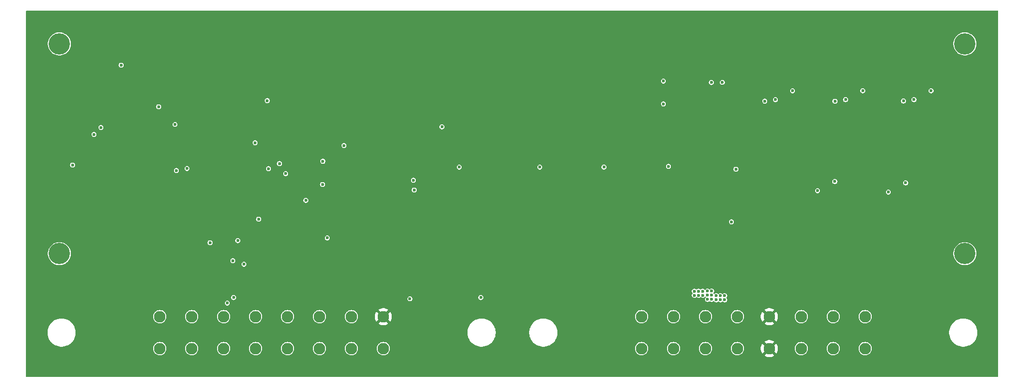
<source format=gbr>
%TF.GenerationSoftware,KiCad,Pcbnew,9.0.7*%
%TF.CreationDate,2026-02-13T14:31:20-08:00*%
%TF.ProjectId,Shutdown,53687574-646f-4776-9e2e-6b696361645f,rev?*%
%TF.SameCoordinates,Original*%
%TF.FileFunction,Copper,L2,Inr*%
%TF.FilePolarity,Positive*%
%FSLAX46Y46*%
G04 Gerber Fmt 4.6, Leading zero omitted, Abs format (unit mm)*
G04 Created by KiCad (PCBNEW 9.0.7) date 2026-02-13 14:31:20*
%MOMM*%
%LPD*%
G01*
G04 APERTURE LIST*
%TA.AperFunction,ComponentPad*%
%ADD10C,3.900000*%
%TD*%
%TA.AperFunction,ComponentPad*%
%ADD11C,2.108200*%
%TD*%
%TA.AperFunction,ViaPad*%
%ADD12C,0.600000*%
%TD*%
G04 APERTURE END LIST*
D10*
%TO.N,unconnected-(MH2-Pad1)_1*%
%TO.C,MH2*%
X265817819Y-100638919D03*
%TD*%
D11*
%TO.N,/BSPD-FAULT-VCU*%
%TO.C,J1*%
X118574579Y-150577519D03*
%TO.N,/BYPASS-BTN*%
X124416579Y-150577519D03*
%TO.N,/HVILS-A*%
X130258579Y-150577519D03*
%TO.N,/CRASH-SW-A*%
X136100579Y-150577519D03*
%TO.N,/BOTS-B*%
X141942579Y-150577519D03*
%TO.N,/SD-POWER*%
X147784579Y-150577519D03*
X153626579Y-150577519D03*
%TO.N,GND*%
X159468579Y-150577519D03*
%TO.N,/BMS-FAULT*%
X118574579Y-156419519D03*
%TO.N,/IMD-FAULT*%
X124416579Y-156419519D03*
%TO.N,/BMS-FAULT-VCU-BUF*%
X130258579Y-156419519D03*
%TO.N,/IMD-FAULT-VCU-BUF*%
X136100579Y-156419519D03*
%TO.N,/BOTS-A*%
X141942579Y-156419519D03*
%TO.N,/BOTS-B*%
X147784579Y-156419519D03*
%TO.N,/CRASH-SW-A*%
X153626579Y-156419519D03*
%TO.N,/BOTS-A*%
X159468579Y-156419519D03*
%TD*%
D10*
%TO.N,unconnected-(MH1-Pad1)_2*%
%TO.C,MH1*%
X100209819Y-100638919D03*
%TD*%
D11*
%TO.N,/TRACTIVE-FAN-ON*%
%TO.C,J2*%
X206687179Y-150577519D03*
%TO.N,/ACCY-FAN-ON*%
X212529179Y-150577519D03*
%TO.N,BATT+*%
X218371179Y-150577519D03*
X224213179Y-150577519D03*
%TO.N,GND*%
X230055179Y-150577519D03*
%TO.N,unconnected-(J2-Pad6)*%
X235897179Y-150577519D03*
%TO.N,unconnected-(J2-Pad7)*%
X241739179Y-150577519D03*
%TO.N,unconnected-(J2-Pad8)*%
X247581179Y-150577519D03*
%TO.N,/PRECHARGE-DEBUG*%
X206687179Y-156419519D03*
%TO.N,/POS-AIRS-DEBUG*%
X212529179Y-156419519D03*
%TO.N,/NEG-AIRS-DEBUG*%
X218371179Y-156419519D03*
%TO.N,/TSSI-STATUS*%
X224213179Y-156419519D03*
%TO.N,GND*%
X230055179Y-156419519D03*
%TO.N,unconnected-(J2-Pad14)*%
X235897179Y-156419519D03*
%TO.N,unconnected-(J2-Pad15)*%
X241739179Y-156419519D03*
%TO.N,unconnected-(J2-Pad16)*%
X247581179Y-156419519D03*
%TD*%
D10*
%TO.N,unconnected-(MH3-Pad1)_2*%
%TO.C,MH3*%
X265817819Y-139043972D03*
%TD*%
%TO.N,unconnected-(MH4-Pad1)_1*%
%TO.C,MH4*%
X100209819Y-139043972D03*
%TD*%
D12*
%TO.N,GND*%
X221129213Y-123929787D03*
X252923789Y-106553000D03*
X134152777Y-123022223D03*
X212677570Y-107648570D03*
X233172000Y-110871000D03*
X254127000Y-127381000D03*
X221107000Y-140081000D03*
X208886089Y-123063000D03*
X160147000Y-132334000D03*
X248252039Y-123417995D03*
X227584000Y-106553000D03*
X102363981Y-114033517D03*
X106299000Y-108839000D03*
X197075089Y-123190000D03*
X185340588Y-123190000D03*
X157734000Y-122682000D03*
X146431000Y-131953000D03*
X145415000Y-115189000D03*
X240797770Y-127519644D03*
X117294765Y-123252279D03*
X149225000Y-134366000D03*
X235298039Y-123163995D03*
X155620251Y-129712251D03*
X213717500Y-141120500D03*
X240416145Y-106553000D03*
X140208000Y-139954000D03*
X136144000Y-142621000D03*
X246004145Y-110871000D03*
X104549395Y-122964395D03*
X258511789Y-110871000D03*
X170608588Y-123190000D03*
X145542000Y-121158000D03*
%TO.N,BATT+PROT*%
X165100000Y-127381000D03*
X145288000Y-129286000D03*
X242029039Y-125830995D03*
X148336000Y-126365000D03*
X221123903Y-146728188D03*
X118364000Y-112141000D03*
X221123903Y-147490188D03*
X221885903Y-147490188D03*
X138463714Y-123477714D03*
X219522006Y-146659268D03*
X247147145Y-109220000D03*
X218760006Y-146659268D03*
X219522006Y-147421268D03*
X219456000Y-107696000D03*
X111506000Y-104521000D03*
X234315000Y-109220000D03*
X220361903Y-146728188D03*
X216338999Y-146669542D03*
X220361903Y-147490188D03*
X254983039Y-126084995D03*
X127762000Y-137033000D03*
X106553000Y-117221000D03*
X149210421Y-136158579D03*
X216338999Y-145907542D03*
X221885903Y-146728188D03*
X107823000Y-115951000D03*
X217100999Y-146669542D03*
X259654789Y-109220000D03*
X121605750Y-123825000D03*
X218760006Y-145897268D03*
X217100999Y-145907542D03*
X218760006Y-147421268D03*
X217862999Y-145907542D03*
X217862999Y-146669542D03*
X219522006Y-145897268D03*
%TO.N,/BYPASS-BTN*%
X221459969Y-107667969D03*
X164973000Y-125603000D03*
X130937000Y-148082000D03*
%TO.N,/HVILS-A*%
X170180000Y-115824000D03*
X132080000Y-147066000D03*
%TO.N,/IMD-FAULT*%
X148404751Y-122115751D03*
%TO.N,/SD-POWER*%
X223945087Y-123571000D03*
X177292000Y-147066000D03*
X164325197Y-147307197D03*
%TO.N,/BMS-FAULT*%
X133985000Y-140970000D03*
X121368787Y-115379500D03*
%TO.N,BATT+*%
X223139000Y-133223000D03*
X210693000Y-111633000D03*
X210693000Y-107442000D03*
%TO.N,/POS-AIRS-DEBUG*%
X242062000Y-111125000D03*
%TO.N,/NEG-AIRS-DEBUG*%
X254586759Y-111096468D03*
%TO.N,/PRECHARGE-DEBUG*%
X229235000Y-111125000D03*
%TO.N,Net-(D1-A)*%
X231166581Y-110829651D03*
%TO.N,Net-(D7-A)*%
X243998726Y-110829651D03*
%TO.N,Net-(D10-A)*%
X256506370Y-110829651D03*
%TO.N,/IMD-Fault-Passthru/OUTPUT*%
X136017000Y-118745000D03*
X152273000Y-119253000D03*
%TO.N,Net-(D22-K)*%
X123571000Y-123444000D03*
%TO.N,Net-(D26-K)*%
X141605000Y-124395465D03*
X140462000Y-122555000D03*
%TO.N,Net-(D30-K)*%
X131953000Y-140335000D03*
X132842000Y-136652000D03*
%TO.N,Net-(D47-A)*%
X102616000Y-122809000D03*
%TO.N,Net-(Q5-S)*%
X238887000Y-127508000D03*
%TO.N,Net-(Q6-S)*%
X251841000Y-127762000D03*
%TO.N,/IMD-FAULT-VCU*%
X136652000Y-132715000D03*
X138231454Y-111035121D03*
%TO.N,Net-(Q18-D)*%
X173336588Y-123190000D03*
%TO.N,Net-(Q19-D)*%
X188068588Y-123190000D03*
%TO.N,Net-(Q20-D)*%
X199803089Y-123190000D03*
%TO.N,Net-(Q21-D)*%
X211614089Y-123063000D03*
%TD*%
%TA.AperFunction,Conductor*%
%TO.N,GND*%
G36*
X271789322Y-94543545D02*
G01*
X271856359Y-94563230D01*
X271902113Y-94616034D01*
X271913319Y-94667545D01*
X271913319Y-161525472D01*
X271893634Y-161592511D01*
X271840830Y-161638266D01*
X271789319Y-161649472D01*
X94238319Y-161649472D01*
X94171280Y-161629787D01*
X94125525Y-161576983D01*
X94114319Y-161525472D01*
X94114319Y-156324526D01*
X117367579Y-156324526D01*
X117367579Y-156514512D01*
X117382439Y-156608335D01*
X117397300Y-156702160D01*
X117456006Y-156882843D01*
X117456007Y-156882846D01*
X117479806Y-156929553D01*
X117542260Y-157052125D01*
X117653931Y-157205827D01*
X117788271Y-157340167D01*
X117941973Y-157451838D01*
X118024999Y-157494141D01*
X118111251Y-157538090D01*
X118111254Y-157538091D01*
X118201595Y-157567444D01*
X118291939Y-157596798D01*
X118479586Y-157626519D01*
X118479587Y-157626519D01*
X118669571Y-157626519D01*
X118669572Y-157626519D01*
X118857219Y-157596798D01*
X119037906Y-157538090D01*
X119207185Y-157451838D01*
X119360887Y-157340167D01*
X119495227Y-157205827D01*
X119606898Y-157052125D01*
X119693150Y-156882846D01*
X119751858Y-156702159D01*
X119781579Y-156514512D01*
X119781579Y-156324526D01*
X123209579Y-156324526D01*
X123209579Y-156514512D01*
X123224439Y-156608335D01*
X123239300Y-156702160D01*
X123298006Y-156882843D01*
X123298007Y-156882846D01*
X123321806Y-156929553D01*
X123384260Y-157052125D01*
X123495931Y-157205827D01*
X123630271Y-157340167D01*
X123783973Y-157451838D01*
X123866999Y-157494141D01*
X123953251Y-157538090D01*
X123953254Y-157538091D01*
X124043595Y-157567444D01*
X124133939Y-157596798D01*
X124321586Y-157626519D01*
X124321587Y-157626519D01*
X124511571Y-157626519D01*
X124511572Y-157626519D01*
X124699219Y-157596798D01*
X124879906Y-157538090D01*
X125049185Y-157451838D01*
X125202887Y-157340167D01*
X125337227Y-157205827D01*
X125448898Y-157052125D01*
X125535150Y-156882846D01*
X125593858Y-156702159D01*
X125623579Y-156514512D01*
X125623579Y-156324526D01*
X129051579Y-156324526D01*
X129051579Y-156514512D01*
X129066439Y-156608335D01*
X129081300Y-156702160D01*
X129140006Y-156882843D01*
X129140007Y-156882846D01*
X129163806Y-156929553D01*
X129226260Y-157052125D01*
X129337931Y-157205827D01*
X129472271Y-157340167D01*
X129625973Y-157451838D01*
X129708999Y-157494141D01*
X129795251Y-157538090D01*
X129795254Y-157538091D01*
X129885595Y-157567444D01*
X129975939Y-157596798D01*
X130163586Y-157626519D01*
X130163587Y-157626519D01*
X130353571Y-157626519D01*
X130353572Y-157626519D01*
X130541219Y-157596798D01*
X130721906Y-157538090D01*
X130891185Y-157451838D01*
X131044887Y-157340167D01*
X131179227Y-157205827D01*
X131290898Y-157052125D01*
X131377150Y-156882846D01*
X131435858Y-156702159D01*
X131465579Y-156514512D01*
X131465579Y-156324526D01*
X134893579Y-156324526D01*
X134893579Y-156514512D01*
X134908439Y-156608335D01*
X134923300Y-156702160D01*
X134982006Y-156882843D01*
X134982007Y-156882846D01*
X135005806Y-156929553D01*
X135068260Y-157052125D01*
X135179931Y-157205827D01*
X135314271Y-157340167D01*
X135467973Y-157451838D01*
X135550999Y-157494141D01*
X135637251Y-157538090D01*
X135637254Y-157538091D01*
X135727595Y-157567444D01*
X135817939Y-157596798D01*
X136005586Y-157626519D01*
X136005587Y-157626519D01*
X136195571Y-157626519D01*
X136195572Y-157626519D01*
X136383219Y-157596798D01*
X136563906Y-157538090D01*
X136733185Y-157451838D01*
X136886887Y-157340167D01*
X137021227Y-157205827D01*
X137132898Y-157052125D01*
X137219150Y-156882846D01*
X137277858Y-156702159D01*
X137307579Y-156514512D01*
X137307579Y-156324526D01*
X140735579Y-156324526D01*
X140735579Y-156514512D01*
X140750439Y-156608335D01*
X140765300Y-156702160D01*
X140824006Y-156882843D01*
X140824007Y-156882846D01*
X140847806Y-156929553D01*
X140910260Y-157052125D01*
X141021931Y-157205827D01*
X141156271Y-157340167D01*
X141309973Y-157451838D01*
X141392999Y-157494141D01*
X141479251Y-157538090D01*
X141479254Y-157538091D01*
X141569595Y-157567444D01*
X141659939Y-157596798D01*
X141847586Y-157626519D01*
X141847587Y-157626519D01*
X142037571Y-157626519D01*
X142037572Y-157626519D01*
X142225219Y-157596798D01*
X142405906Y-157538090D01*
X142575185Y-157451838D01*
X142728887Y-157340167D01*
X142863227Y-157205827D01*
X142974898Y-157052125D01*
X143061150Y-156882846D01*
X143119858Y-156702159D01*
X143149579Y-156514512D01*
X143149579Y-156324526D01*
X146577579Y-156324526D01*
X146577579Y-156514512D01*
X146592439Y-156608335D01*
X146607300Y-156702160D01*
X146666006Y-156882843D01*
X146666007Y-156882846D01*
X146689806Y-156929553D01*
X146752260Y-157052125D01*
X146863931Y-157205827D01*
X146998271Y-157340167D01*
X147151973Y-157451838D01*
X147234999Y-157494141D01*
X147321251Y-157538090D01*
X147321254Y-157538091D01*
X147411595Y-157567444D01*
X147501939Y-157596798D01*
X147689586Y-157626519D01*
X147689587Y-157626519D01*
X147879571Y-157626519D01*
X147879572Y-157626519D01*
X148067219Y-157596798D01*
X148247906Y-157538090D01*
X148417185Y-157451838D01*
X148570887Y-157340167D01*
X148705227Y-157205827D01*
X148816898Y-157052125D01*
X148903150Y-156882846D01*
X148961858Y-156702159D01*
X148991579Y-156514512D01*
X148991579Y-156324526D01*
X152419579Y-156324526D01*
X152419579Y-156514512D01*
X152434439Y-156608335D01*
X152449300Y-156702160D01*
X152508006Y-156882843D01*
X152508007Y-156882846D01*
X152531806Y-156929553D01*
X152594260Y-157052125D01*
X152705931Y-157205827D01*
X152840271Y-157340167D01*
X152993973Y-157451838D01*
X153076999Y-157494141D01*
X153163251Y-157538090D01*
X153163254Y-157538091D01*
X153253595Y-157567444D01*
X153343939Y-157596798D01*
X153531586Y-157626519D01*
X153531587Y-157626519D01*
X153721571Y-157626519D01*
X153721572Y-157626519D01*
X153909219Y-157596798D01*
X154089906Y-157538090D01*
X154259185Y-157451838D01*
X154412887Y-157340167D01*
X154547227Y-157205827D01*
X154658898Y-157052125D01*
X154745150Y-156882846D01*
X154803858Y-156702159D01*
X154833579Y-156514512D01*
X154833579Y-156324526D01*
X158261579Y-156324526D01*
X158261579Y-156514512D01*
X158276439Y-156608335D01*
X158291300Y-156702160D01*
X158350006Y-156882843D01*
X158350007Y-156882846D01*
X158373806Y-156929553D01*
X158436260Y-157052125D01*
X158547931Y-157205827D01*
X158682271Y-157340167D01*
X158835973Y-157451838D01*
X158918999Y-157494141D01*
X159005251Y-157538090D01*
X159005254Y-157538091D01*
X159095595Y-157567444D01*
X159185939Y-157596798D01*
X159373586Y-157626519D01*
X159373587Y-157626519D01*
X159563571Y-157626519D01*
X159563572Y-157626519D01*
X159751219Y-157596798D01*
X159931906Y-157538090D01*
X160101185Y-157451838D01*
X160254887Y-157340167D01*
X160389227Y-157205827D01*
X160500898Y-157052125D01*
X160587150Y-156882846D01*
X160645858Y-156702159D01*
X160675579Y-156514512D01*
X160675579Y-156324526D01*
X205480179Y-156324526D01*
X205480179Y-156514512D01*
X205495039Y-156608335D01*
X205509900Y-156702160D01*
X205568606Y-156882843D01*
X205568607Y-156882846D01*
X205592406Y-156929553D01*
X205654860Y-157052125D01*
X205766531Y-157205827D01*
X205900871Y-157340167D01*
X206054573Y-157451838D01*
X206137599Y-157494141D01*
X206223851Y-157538090D01*
X206223854Y-157538091D01*
X206314195Y-157567444D01*
X206404539Y-157596798D01*
X206592186Y-157626519D01*
X206592187Y-157626519D01*
X206782171Y-157626519D01*
X206782172Y-157626519D01*
X206969819Y-157596798D01*
X207150506Y-157538090D01*
X207319785Y-157451838D01*
X207473487Y-157340167D01*
X207607827Y-157205827D01*
X207719498Y-157052125D01*
X207805750Y-156882846D01*
X207864458Y-156702159D01*
X207894179Y-156514512D01*
X207894179Y-156324526D01*
X211322179Y-156324526D01*
X211322179Y-156514512D01*
X211337039Y-156608335D01*
X211351900Y-156702160D01*
X211410606Y-156882843D01*
X211410607Y-156882846D01*
X211434406Y-156929553D01*
X211496860Y-157052125D01*
X211608531Y-157205827D01*
X211742871Y-157340167D01*
X211896573Y-157451838D01*
X211979599Y-157494141D01*
X212065851Y-157538090D01*
X212065854Y-157538091D01*
X212156195Y-157567444D01*
X212246539Y-157596798D01*
X212434186Y-157626519D01*
X212434187Y-157626519D01*
X212624171Y-157626519D01*
X212624172Y-157626519D01*
X212811819Y-157596798D01*
X212992506Y-157538090D01*
X213161785Y-157451838D01*
X213315487Y-157340167D01*
X213449827Y-157205827D01*
X213561498Y-157052125D01*
X213647750Y-156882846D01*
X213706458Y-156702159D01*
X213736179Y-156514512D01*
X213736179Y-156324526D01*
X217164179Y-156324526D01*
X217164179Y-156514512D01*
X217179039Y-156608335D01*
X217193900Y-156702160D01*
X217252606Y-156882843D01*
X217252607Y-156882846D01*
X217276406Y-156929553D01*
X217338860Y-157052125D01*
X217450531Y-157205827D01*
X217584871Y-157340167D01*
X217738573Y-157451838D01*
X217821599Y-157494141D01*
X217907851Y-157538090D01*
X217907854Y-157538091D01*
X217998195Y-157567444D01*
X218088539Y-157596798D01*
X218276186Y-157626519D01*
X218276187Y-157626519D01*
X218466171Y-157626519D01*
X218466172Y-157626519D01*
X218653819Y-157596798D01*
X218834506Y-157538090D01*
X219003785Y-157451838D01*
X219157487Y-157340167D01*
X219291827Y-157205827D01*
X219403498Y-157052125D01*
X219489750Y-156882846D01*
X219548458Y-156702159D01*
X219578179Y-156514512D01*
X219578179Y-156324526D01*
X223006179Y-156324526D01*
X223006179Y-156514512D01*
X223021039Y-156608335D01*
X223035900Y-156702160D01*
X223094606Y-156882843D01*
X223094607Y-156882846D01*
X223118406Y-156929553D01*
X223180860Y-157052125D01*
X223292531Y-157205827D01*
X223426871Y-157340167D01*
X223580573Y-157451838D01*
X223663599Y-157494141D01*
X223749851Y-157538090D01*
X223749854Y-157538091D01*
X223840195Y-157567444D01*
X223930539Y-157596798D01*
X224118186Y-157626519D01*
X224118187Y-157626519D01*
X224308171Y-157626519D01*
X224308172Y-157626519D01*
X224495819Y-157596798D01*
X224676506Y-157538090D01*
X224845785Y-157451838D01*
X224999487Y-157340167D01*
X225133827Y-157205827D01*
X225245498Y-157052125D01*
X225331750Y-156882846D01*
X225390458Y-156702159D01*
X225420179Y-156514512D01*
X225420179Y-156324526D01*
X225415851Y-156297203D01*
X228501079Y-156297203D01*
X228501079Y-156541834D01*
X228539345Y-156783438D01*
X228614940Y-157016090D01*
X228725993Y-157234045D01*
X228793788Y-157327355D01*
X228793788Y-157327356D01*
X229339256Y-156781888D01*
X229346140Y-156798508D01*
X229433701Y-156929553D01*
X229545145Y-157040997D01*
X229676190Y-157128558D01*
X229692808Y-157135441D01*
X229147340Y-157680908D01*
X229240652Y-157748704D01*
X229458607Y-157859757D01*
X229691259Y-157935352D01*
X229932864Y-157973619D01*
X230177494Y-157973619D01*
X230419098Y-157935352D01*
X230651750Y-157859757D01*
X230869705Y-157748704D01*
X230963016Y-157680908D01*
X230417549Y-157135441D01*
X230434168Y-157128558D01*
X230565213Y-157040997D01*
X230676657Y-156929553D01*
X230764218Y-156798508D01*
X230771101Y-156781888D01*
X231316568Y-157327355D01*
X231384364Y-157234045D01*
X231495417Y-157016090D01*
X231571012Y-156783438D01*
X231609279Y-156541834D01*
X231609279Y-156324526D01*
X234690179Y-156324526D01*
X234690179Y-156514512D01*
X234705039Y-156608335D01*
X234719900Y-156702160D01*
X234778606Y-156882843D01*
X234778607Y-156882846D01*
X234802406Y-156929553D01*
X234864860Y-157052125D01*
X234976531Y-157205827D01*
X235110871Y-157340167D01*
X235264573Y-157451838D01*
X235347599Y-157494141D01*
X235433851Y-157538090D01*
X235433854Y-157538091D01*
X235524195Y-157567444D01*
X235614539Y-157596798D01*
X235802186Y-157626519D01*
X235802187Y-157626519D01*
X235992171Y-157626519D01*
X235992172Y-157626519D01*
X236179819Y-157596798D01*
X236360506Y-157538090D01*
X236529785Y-157451838D01*
X236683487Y-157340167D01*
X236817827Y-157205827D01*
X236929498Y-157052125D01*
X237015750Y-156882846D01*
X237074458Y-156702159D01*
X237104179Y-156514512D01*
X237104179Y-156324526D01*
X240532179Y-156324526D01*
X240532179Y-156514512D01*
X240547039Y-156608335D01*
X240561900Y-156702160D01*
X240620606Y-156882843D01*
X240620607Y-156882846D01*
X240644406Y-156929553D01*
X240706860Y-157052125D01*
X240818531Y-157205827D01*
X240952871Y-157340167D01*
X241106573Y-157451838D01*
X241189599Y-157494141D01*
X241275851Y-157538090D01*
X241275854Y-157538091D01*
X241366195Y-157567444D01*
X241456539Y-157596798D01*
X241644186Y-157626519D01*
X241644187Y-157626519D01*
X241834171Y-157626519D01*
X241834172Y-157626519D01*
X242021819Y-157596798D01*
X242202506Y-157538090D01*
X242371785Y-157451838D01*
X242525487Y-157340167D01*
X242659827Y-157205827D01*
X242771498Y-157052125D01*
X242857750Y-156882846D01*
X242916458Y-156702159D01*
X242946179Y-156514512D01*
X242946179Y-156324526D01*
X246374179Y-156324526D01*
X246374179Y-156514512D01*
X246389039Y-156608335D01*
X246403900Y-156702160D01*
X246462606Y-156882843D01*
X246462607Y-156882846D01*
X246486406Y-156929553D01*
X246548860Y-157052125D01*
X246660531Y-157205827D01*
X246794871Y-157340167D01*
X246948573Y-157451838D01*
X247031599Y-157494141D01*
X247117851Y-157538090D01*
X247117854Y-157538091D01*
X247208195Y-157567444D01*
X247298539Y-157596798D01*
X247486186Y-157626519D01*
X247486187Y-157626519D01*
X247676171Y-157626519D01*
X247676172Y-157626519D01*
X247863819Y-157596798D01*
X248044506Y-157538090D01*
X248213785Y-157451838D01*
X248367487Y-157340167D01*
X248501827Y-157205827D01*
X248613498Y-157052125D01*
X248699750Y-156882846D01*
X248758458Y-156702159D01*
X248788179Y-156514512D01*
X248788179Y-156324526D01*
X248758458Y-156136879D01*
X248699750Y-155956192D01*
X248699750Y-155956191D01*
X248613497Y-155786912D01*
X248593164Y-155758926D01*
X248501827Y-155633211D01*
X248367487Y-155498871D01*
X248213785Y-155387200D01*
X248044506Y-155300947D01*
X248044503Y-155300946D01*
X247863820Y-155242240D01*
X247720045Y-155219468D01*
X247676172Y-155212519D01*
X247486186Y-155212519D01*
X247442319Y-155219467D01*
X247298537Y-155242240D01*
X247117854Y-155300946D01*
X247117851Y-155300947D01*
X246948572Y-155387200D01*
X246860880Y-155450912D01*
X246794871Y-155498871D01*
X246794869Y-155498873D01*
X246794868Y-155498873D01*
X246660533Y-155633208D01*
X246660533Y-155633209D01*
X246660531Y-155633211D01*
X246648212Y-155650167D01*
X246548860Y-155786912D01*
X246462607Y-155956191D01*
X246462606Y-155956194D01*
X246403900Y-156136877D01*
X246403900Y-156136879D01*
X246374179Y-156324526D01*
X242946179Y-156324526D01*
X242916458Y-156136879D01*
X242857750Y-155956192D01*
X242857750Y-155956191D01*
X242771497Y-155786912D01*
X242751164Y-155758926D01*
X242659827Y-155633211D01*
X242525487Y-155498871D01*
X242371785Y-155387200D01*
X242202506Y-155300947D01*
X242202503Y-155300946D01*
X242021820Y-155242240D01*
X241878045Y-155219468D01*
X241834172Y-155212519D01*
X241644186Y-155212519D01*
X241600319Y-155219467D01*
X241456537Y-155242240D01*
X241275854Y-155300946D01*
X241275851Y-155300947D01*
X241106572Y-155387200D01*
X241018880Y-155450912D01*
X240952871Y-155498871D01*
X240952869Y-155498873D01*
X240952868Y-155498873D01*
X240818533Y-155633208D01*
X240818533Y-155633209D01*
X240818531Y-155633211D01*
X240806212Y-155650167D01*
X240706860Y-155786912D01*
X240620607Y-155956191D01*
X240620606Y-155956194D01*
X240561900Y-156136877D01*
X240561900Y-156136879D01*
X240532179Y-156324526D01*
X237104179Y-156324526D01*
X237074458Y-156136879D01*
X237015750Y-155956192D01*
X237015750Y-155956191D01*
X236929497Y-155786912D01*
X236909164Y-155758926D01*
X236817827Y-155633211D01*
X236683487Y-155498871D01*
X236529785Y-155387200D01*
X236360506Y-155300947D01*
X236360503Y-155300946D01*
X236179820Y-155242240D01*
X236036045Y-155219468D01*
X235992172Y-155212519D01*
X235802186Y-155212519D01*
X235758319Y-155219467D01*
X235614537Y-155242240D01*
X235433854Y-155300946D01*
X235433851Y-155300947D01*
X235264572Y-155387200D01*
X235176880Y-155450912D01*
X235110871Y-155498871D01*
X235110869Y-155498873D01*
X235110868Y-155498873D01*
X234976533Y-155633208D01*
X234976533Y-155633209D01*
X234976531Y-155633211D01*
X234964212Y-155650167D01*
X234864860Y-155786912D01*
X234778607Y-155956191D01*
X234778606Y-155956194D01*
X234719900Y-156136877D01*
X234719900Y-156136879D01*
X234690179Y-156324526D01*
X231609279Y-156324526D01*
X231609279Y-156297203D01*
X231571012Y-156055599D01*
X231495417Y-155822947D01*
X231384364Y-155604992D01*
X231316568Y-155511681D01*
X231316568Y-155511680D01*
X230771101Y-156057147D01*
X230764218Y-156040530D01*
X230676657Y-155909485D01*
X230565213Y-155798041D01*
X230434168Y-155710480D01*
X230417547Y-155703595D01*
X230963016Y-155158128D01*
X230869705Y-155090333D01*
X230651750Y-154979280D01*
X230419098Y-154903685D01*
X230177494Y-154865419D01*
X229932864Y-154865419D01*
X229691259Y-154903685D01*
X229458607Y-154979280D01*
X229240648Y-155090335D01*
X229147341Y-155158126D01*
X229147340Y-155158128D01*
X229692808Y-155703596D01*
X229676190Y-155710480D01*
X229545145Y-155798041D01*
X229433701Y-155909485D01*
X229346140Y-156040530D01*
X229339256Y-156057148D01*
X228793788Y-155511680D01*
X228793786Y-155511681D01*
X228725995Y-155604988D01*
X228614940Y-155822947D01*
X228539345Y-156055599D01*
X228501079Y-156297203D01*
X225415851Y-156297203D01*
X225390458Y-156136879D01*
X225331750Y-155956192D01*
X225331750Y-155956191D01*
X225245497Y-155786912D01*
X225225164Y-155758926D01*
X225133827Y-155633211D01*
X224999487Y-155498871D01*
X224845785Y-155387200D01*
X224705798Y-155315873D01*
X224676506Y-155300947D01*
X224676503Y-155300946D01*
X224495820Y-155242240D01*
X224352045Y-155219468D01*
X224308172Y-155212519D01*
X224118186Y-155212519D01*
X224074319Y-155219467D01*
X223930537Y-155242240D01*
X223749854Y-155300946D01*
X223749851Y-155300947D01*
X223580572Y-155387200D01*
X223492880Y-155450912D01*
X223426871Y-155498871D01*
X223426869Y-155498873D01*
X223426868Y-155498873D01*
X223292533Y-155633208D01*
X223292533Y-155633209D01*
X223292531Y-155633211D01*
X223280212Y-155650167D01*
X223180860Y-155786912D01*
X223094607Y-155956191D01*
X223094606Y-155956194D01*
X223035900Y-156136877D01*
X223035900Y-156136879D01*
X223006179Y-156324526D01*
X219578179Y-156324526D01*
X219548458Y-156136879D01*
X219489750Y-155956192D01*
X219489750Y-155956191D01*
X219403497Y-155786912D01*
X219383164Y-155758926D01*
X219291827Y-155633211D01*
X219157487Y-155498871D01*
X219003785Y-155387200D01*
X218834506Y-155300947D01*
X218834503Y-155300946D01*
X218653820Y-155242240D01*
X218510045Y-155219468D01*
X218466172Y-155212519D01*
X218276186Y-155212519D01*
X218232319Y-155219467D01*
X218088537Y-155242240D01*
X217907854Y-155300946D01*
X217907851Y-155300947D01*
X217738572Y-155387200D01*
X217650880Y-155450912D01*
X217584871Y-155498871D01*
X217584869Y-155498873D01*
X217584868Y-155498873D01*
X217450533Y-155633208D01*
X217450533Y-155633209D01*
X217450531Y-155633211D01*
X217438212Y-155650167D01*
X217338860Y-155786912D01*
X217252607Y-155956191D01*
X217252606Y-155956194D01*
X217193900Y-156136877D01*
X217193900Y-156136879D01*
X217164179Y-156324526D01*
X213736179Y-156324526D01*
X213706458Y-156136879D01*
X213647750Y-155956192D01*
X213647750Y-155956191D01*
X213561497Y-155786912D01*
X213541164Y-155758926D01*
X213449827Y-155633211D01*
X213315487Y-155498871D01*
X213161785Y-155387200D01*
X212992506Y-155300947D01*
X212992503Y-155300946D01*
X212811820Y-155242240D01*
X212668045Y-155219468D01*
X212624172Y-155212519D01*
X212434186Y-155212519D01*
X212390319Y-155219467D01*
X212246537Y-155242240D01*
X212065854Y-155300946D01*
X212065851Y-155300947D01*
X211896572Y-155387200D01*
X211808880Y-155450912D01*
X211742871Y-155498871D01*
X211742869Y-155498873D01*
X211742868Y-155498873D01*
X211608533Y-155633208D01*
X211608533Y-155633209D01*
X211608531Y-155633211D01*
X211596212Y-155650167D01*
X211496860Y-155786912D01*
X211410607Y-155956191D01*
X211410606Y-155956194D01*
X211351900Y-156136877D01*
X211351900Y-156136879D01*
X211322179Y-156324526D01*
X207894179Y-156324526D01*
X207864458Y-156136879D01*
X207805750Y-155956192D01*
X207805750Y-155956191D01*
X207719497Y-155786912D01*
X207699164Y-155758926D01*
X207607827Y-155633211D01*
X207473487Y-155498871D01*
X207319785Y-155387200D01*
X207150506Y-155300947D01*
X207150503Y-155300946D01*
X206969820Y-155242240D01*
X206826045Y-155219468D01*
X206782172Y-155212519D01*
X206592186Y-155212519D01*
X206548319Y-155219467D01*
X206404537Y-155242240D01*
X206223854Y-155300946D01*
X206223851Y-155300947D01*
X206054572Y-155387200D01*
X205966880Y-155450912D01*
X205900871Y-155498871D01*
X205900869Y-155498873D01*
X205900868Y-155498873D01*
X205766533Y-155633208D01*
X205766533Y-155633209D01*
X205766531Y-155633211D01*
X205754212Y-155650167D01*
X205654860Y-155786912D01*
X205568607Y-155956191D01*
X205568606Y-155956194D01*
X205509900Y-156136877D01*
X205509900Y-156136879D01*
X205480179Y-156324526D01*
X160675579Y-156324526D01*
X160645858Y-156136879D01*
X160587150Y-155956192D01*
X160587150Y-155956191D01*
X160500897Y-155786912D01*
X160480564Y-155758926D01*
X160389227Y-155633211D01*
X160254887Y-155498871D01*
X160101185Y-155387200D01*
X159931906Y-155300947D01*
X159931903Y-155300946D01*
X159751220Y-155242240D01*
X159607445Y-155219468D01*
X159563572Y-155212519D01*
X159373586Y-155212519D01*
X159329719Y-155219467D01*
X159185937Y-155242240D01*
X159005254Y-155300946D01*
X159005251Y-155300947D01*
X158835972Y-155387200D01*
X158748280Y-155450912D01*
X158682271Y-155498871D01*
X158682269Y-155498873D01*
X158682268Y-155498873D01*
X158547933Y-155633208D01*
X158547933Y-155633209D01*
X158547931Y-155633211D01*
X158535612Y-155650167D01*
X158436260Y-155786912D01*
X158350007Y-155956191D01*
X158350006Y-155956194D01*
X158291300Y-156136877D01*
X158291300Y-156136879D01*
X158261579Y-156324526D01*
X154833579Y-156324526D01*
X154803858Y-156136879D01*
X154745150Y-155956192D01*
X154745150Y-155956191D01*
X154658897Y-155786912D01*
X154638564Y-155758926D01*
X154547227Y-155633211D01*
X154412887Y-155498871D01*
X154259185Y-155387200D01*
X154089906Y-155300947D01*
X154089903Y-155300946D01*
X153909220Y-155242240D01*
X153765445Y-155219468D01*
X153721572Y-155212519D01*
X153531586Y-155212519D01*
X153487719Y-155219467D01*
X153343937Y-155242240D01*
X153163254Y-155300946D01*
X153163251Y-155300947D01*
X152993972Y-155387200D01*
X152906280Y-155450912D01*
X152840271Y-155498871D01*
X152840269Y-155498873D01*
X152840268Y-155498873D01*
X152705933Y-155633208D01*
X152705933Y-155633209D01*
X152705931Y-155633211D01*
X152693612Y-155650167D01*
X152594260Y-155786912D01*
X152508007Y-155956191D01*
X152508006Y-155956194D01*
X152449300Y-156136877D01*
X152449300Y-156136879D01*
X152419579Y-156324526D01*
X148991579Y-156324526D01*
X148961858Y-156136879D01*
X148903150Y-155956192D01*
X148903150Y-155956191D01*
X148816897Y-155786912D01*
X148796564Y-155758926D01*
X148705227Y-155633211D01*
X148570887Y-155498871D01*
X148417185Y-155387200D01*
X148247906Y-155300947D01*
X148247903Y-155300946D01*
X148067220Y-155242240D01*
X147923445Y-155219468D01*
X147879572Y-155212519D01*
X147689586Y-155212519D01*
X147645719Y-155219467D01*
X147501937Y-155242240D01*
X147321254Y-155300946D01*
X147321251Y-155300947D01*
X147151972Y-155387200D01*
X147064280Y-155450912D01*
X146998271Y-155498871D01*
X146998269Y-155498873D01*
X146998268Y-155498873D01*
X146863933Y-155633208D01*
X146863933Y-155633209D01*
X146863931Y-155633211D01*
X146851612Y-155650167D01*
X146752260Y-155786912D01*
X146666007Y-155956191D01*
X146666006Y-155956194D01*
X146607300Y-156136877D01*
X146607300Y-156136879D01*
X146577579Y-156324526D01*
X143149579Y-156324526D01*
X143119858Y-156136879D01*
X143061150Y-155956192D01*
X143061150Y-155956191D01*
X142974897Y-155786912D01*
X142954564Y-155758926D01*
X142863227Y-155633211D01*
X142728887Y-155498871D01*
X142575185Y-155387200D01*
X142405906Y-155300947D01*
X142405903Y-155300946D01*
X142225220Y-155242240D01*
X142081445Y-155219468D01*
X142037572Y-155212519D01*
X141847586Y-155212519D01*
X141803719Y-155219467D01*
X141659937Y-155242240D01*
X141479254Y-155300946D01*
X141479251Y-155300947D01*
X141309972Y-155387200D01*
X141222280Y-155450912D01*
X141156271Y-155498871D01*
X141156269Y-155498873D01*
X141156268Y-155498873D01*
X141021933Y-155633208D01*
X141021933Y-155633209D01*
X141021931Y-155633211D01*
X141009612Y-155650167D01*
X140910260Y-155786912D01*
X140824007Y-155956191D01*
X140824006Y-155956194D01*
X140765300Y-156136877D01*
X140765300Y-156136879D01*
X140735579Y-156324526D01*
X137307579Y-156324526D01*
X137277858Y-156136879D01*
X137219150Y-155956192D01*
X137219150Y-155956191D01*
X137132897Y-155786912D01*
X137112564Y-155758926D01*
X137021227Y-155633211D01*
X136886887Y-155498871D01*
X136733185Y-155387200D01*
X136563906Y-155300947D01*
X136563903Y-155300946D01*
X136383220Y-155242240D01*
X136239445Y-155219468D01*
X136195572Y-155212519D01*
X136005586Y-155212519D01*
X135961719Y-155219467D01*
X135817937Y-155242240D01*
X135637254Y-155300946D01*
X135637251Y-155300947D01*
X135467972Y-155387200D01*
X135380280Y-155450912D01*
X135314271Y-155498871D01*
X135314269Y-155498873D01*
X135314268Y-155498873D01*
X135179933Y-155633208D01*
X135179933Y-155633209D01*
X135179931Y-155633211D01*
X135167612Y-155650167D01*
X135068260Y-155786912D01*
X134982007Y-155956191D01*
X134982006Y-155956194D01*
X134923300Y-156136877D01*
X134923300Y-156136879D01*
X134893579Y-156324526D01*
X131465579Y-156324526D01*
X131435858Y-156136879D01*
X131377150Y-155956192D01*
X131377150Y-155956191D01*
X131290897Y-155786912D01*
X131270564Y-155758926D01*
X131179227Y-155633211D01*
X131044887Y-155498871D01*
X130891185Y-155387200D01*
X130721906Y-155300947D01*
X130721903Y-155300946D01*
X130541220Y-155242240D01*
X130397445Y-155219468D01*
X130353572Y-155212519D01*
X130163586Y-155212519D01*
X130119719Y-155219467D01*
X129975937Y-155242240D01*
X129795254Y-155300946D01*
X129795251Y-155300947D01*
X129625972Y-155387200D01*
X129538280Y-155450912D01*
X129472271Y-155498871D01*
X129472269Y-155498873D01*
X129472268Y-155498873D01*
X129337933Y-155633208D01*
X129337933Y-155633209D01*
X129337931Y-155633211D01*
X129325612Y-155650167D01*
X129226260Y-155786912D01*
X129140007Y-155956191D01*
X129140006Y-155956194D01*
X129081300Y-156136877D01*
X129081300Y-156136879D01*
X129051579Y-156324526D01*
X125623579Y-156324526D01*
X125593858Y-156136879D01*
X125535150Y-155956192D01*
X125535150Y-155956191D01*
X125448897Y-155786912D01*
X125428564Y-155758926D01*
X125337227Y-155633211D01*
X125202887Y-155498871D01*
X125049185Y-155387200D01*
X124879906Y-155300947D01*
X124879903Y-155300946D01*
X124699220Y-155242240D01*
X124555445Y-155219468D01*
X124511572Y-155212519D01*
X124321586Y-155212519D01*
X124277719Y-155219467D01*
X124133937Y-155242240D01*
X123953254Y-155300946D01*
X123953251Y-155300947D01*
X123783972Y-155387200D01*
X123696280Y-155450912D01*
X123630271Y-155498871D01*
X123630269Y-155498873D01*
X123630268Y-155498873D01*
X123495933Y-155633208D01*
X123495933Y-155633209D01*
X123495931Y-155633211D01*
X123483612Y-155650167D01*
X123384260Y-155786912D01*
X123298007Y-155956191D01*
X123298006Y-155956194D01*
X123239300Y-156136877D01*
X123239300Y-156136879D01*
X123209579Y-156324526D01*
X119781579Y-156324526D01*
X119751858Y-156136879D01*
X119693150Y-155956192D01*
X119693150Y-155956191D01*
X119606897Y-155786912D01*
X119586564Y-155758926D01*
X119495227Y-155633211D01*
X119360887Y-155498871D01*
X119207185Y-155387200D01*
X119037906Y-155300947D01*
X119037903Y-155300946D01*
X118857220Y-155242240D01*
X118713445Y-155219468D01*
X118669572Y-155212519D01*
X118479586Y-155212519D01*
X118435719Y-155219467D01*
X118291937Y-155242240D01*
X118111254Y-155300946D01*
X118111251Y-155300947D01*
X117941972Y-155387200D01*
X117854280Y-155450912D01*
X117788271Y-155498871D01*
X117788269Y-155498873D01*
X117788268Y-155498873D01*
X117653933Y-155633208D01*
X117653933Y-155633209D01*
X117653931Y-155633211D01*
X117641612Y-155650167D01*
X117542260Y-155786912D01*
X117456007Y-155956191D01*
X117456006Y-155956194D01*
X117397300Y-156136877D01*
X117397300Y-156136879D01*
X117367579Y-156324526D01*
X94114319Y-156324526D01*
X94114319Y-153353701D01*
X98038179Y-153353701D01*
X98038179Y-153643336D01*
X98070603Y-153931116D01*
X98070606Y-153931134D01*
X98135051Y-154213487D01*
X98135056Y-154213503D01*
X98230707Y-154486854D01*
X98230716Y-154486876D01*
X98356368Y-154747796D01*
X98356372Y-154747802D01*
X98510460Y-154993032D01*
X98691037Y-155219468D01*
X98895830Y-155424261D01*
X99122266Y-155604838D01*
X99290395Y-155710480D01*
X99367501Y-155758929D01*
X99628421Y-155884581D01*
X99628430Y-155884584D01*
X99628437Y-155884588D01*
X99628443Y-155884590D01*
X99901794Y-155980241D01*
X99901799Y-155980242D01*
X99901806Y-155980245D01*
X100184167Y-156044692D01*
X100184173Y-156044692D01*
X100184181Y-156044694D01*
X100372972Y-156065965D01*
X100471962Y-156077118D01*
X100471965Y-156077119D01*
X100471968Y-156077119D01*
X100761593Y-156077119D01*
X100761594Y-156077118D01*
X100952588Y-156055599D01*
X101049376Y-156044694D01*
X101049381Y-156044693D01*
X101049391Y-156044692D01*
X101331752Y-155980245D01*
X101605121Y-155884588D01*
X101733121Y-155822947D01*
X101866056Y-155758929D01*
X101866056Y-155758928D01*
X101866062Y-155758926D01*
X102111292Y-155604838D01*
X102337728Y-155424261D01*
X102542521Y-155219468D01*
X102723098Y-154993032D01*
X102877186Y-154747802D01*
X103002848Y-154486861D01*
X103098505Y-154213492D01*
X103162952Y-153931131D01*
X103195379Y-153643330D01*
X103195379Y-153353708D01*
X103195378Y-153353701D01*
X174847779Y-153353701D01*
X174847779Y-153643336D01*
X174880203Y-153931116D01*
X174880206Y-153931134D01*
X174944651Y-154213487D01*
X174944656Y-154213503D01*
X175040307Y-154486854D01*
X175040316Y-154486876D01*
X175165968Y-154747796D01*
X175165972Y-154747802D01*
X175320060Y-154993032D01*
X175500637Y-155219468D01*
X175705430Y-155424261D01*
X175931866Y-155604838D01*
X176099995Y-155710480D01*
X176177101Y-155758929D01*
X176438021Y-155884581D01*
X176438030Y-155884584D01*
X176438037Y-155884588D01*
X176438043Y-155884590D01*
X176711394Y-155980241D01*
X176711399Y-155980242D01*
X176711406Y-155980245D01*
X176993767Y-156044692D01*
X176993773Y-156044692D01*
X176993781Y-156044694D01*
X177182572Y-156065965D01*
X177281562Y-156077118D01*
X177281565Y-156077119D01*
X177281568Y-156077119D01*
X177571193Y-156077119D01*
X177571194Y-156077118D01*
X177762188Y-156055599D01*
X177858976Y-156044694D01*
X177858981Y-156044693D01*
X177858991Y-156044692D01*
X178141352Y-155980245D01*
X178414721Y-155884588D01*
X178542721Y-155822947D01*
X178675656Y-155758929D01*
X178675656Y-155758928D01*
X178675662Y-155758926D01*
X178920892Y-155604838D01*
X179147328Y-155424261D01*
X179352121Y-155219468D01*
X179532698Y-154993032D01*
X179686786Y-154747802D01*
X179812448Y-154486861D01*
X179908105Y-154213492D01*
X179972552Y-153931131D01*
X180004979Y-153643330D01*
X180004979Y-153353708D01*
X180004978Y-153353701D01*
X186150779Y-153353701D01*
X186150779Y-153643336D01*
X186183203Y-153931116D01*
X186183206Y-153931134D01*
X186247651Y-154213487D01*
X186247656Y-154213503D01*
X186343307Y-154486854D01*
X186343316Y-154486876D01*
X186468968Y-154747796D01*
X186468972Y-154747802D01*
X186623060Y-154993032D01*
X186803637Y-155219468D01*
X187008430Y-155424261D01*
X187234866Y-155604838D01*
X187402995Y-155710480D01*
X187480101Y-155758929D01*
X187741021Y-155884581D01*
X187741030Y-155884584D01*
X187741037Y-155884588D01*
X187741043Y-155884590D01*
X188014394Y-155980241D01*
X188014399Y-155980242D01*
X188014406Y-155980245D01*
X188296767Y-156044692D01*
X188296773Y-156044692D01*
X188296781Y-156044694D01*
X188485572Y-156065965D01*
X188584562Y-156077118D01*
X188584565Y-156077119D01*
X188584568Y-156077119D01*
X188874193Y-156077119D01*
X188874194Y-156077118D01*
X189065188Y-156055599D01*
X189161976Y-156044694D01*
X189161981Y-156044693D01*
X189161991Y-156044692D01*
X189444352Y-155980245D01*
X189717721Y-155884588D01*
X189845721Y-155822947D01*
X189978656Y-155758929D01*
X189978656Y-155758928D01*
X189978662Y-155758926D01*
X190223892Y-155604838D01*
X190450328Y-155424261D01*
X190655121Y-155219468D01*
X190835698Y-154993032D01*
X190989786Y-154747802D01*
X191115448Y-154486861D01*
X191211105Y-154213492D01*
X191275552Y-153931131D01*
X191307979Y-153643330D01*
X191307979Y-153353708D01*
X191307978Y-153353701D01*
X262960379Y-153353701D01*
X262960379Y-153643336D01*
X262992803Y-153931116D01*
X262992806Y-153931134D01*
X263057251Y-154213487D01*
X263057256Y-154213503D01*
X263152907Y-154486854D01*
X263152916Y-154486876D01*
X263278568Y-154747796D01*
X263278572Y-154747802D01*
X263432660Y-154993032D01*
X263613237Y-155219468D01*
X263818030Y-155424261D01*
X264044466Y-155604838D01*
X264212595Y-155710480D01*
X264289701Y-155758929D01*
X264550621Y-155884581D01*
X264550630Y-155884584D01*
X264550637Y-155884588D01*
X264550643Y-155884590D01*
X264823994Y-155980241D01*
X264823999Y-155980242D01*
X264824006Y-155980245D01*
X265106367Y-156044692D01*
X265106373Y-156044692D01*
X265106381Y-156044694D01*
X265295172Y-156065965D01*
X265394162Y-156077118D01*
X265394165Y-156077119D01*
X265394168Y-156077119D01*
X265683793Y-156077119D01*
X265683794Y-156077118D01*
X265874788Y-156055599D01*
X265971576Y-156044694D01*
X265971581Y-156044693D01*
X265971591Y-156044692D01*
X266253952Y-155980245D01*
X266527321Y-155884588D01*
X266655321Y-155822947D01*
X266788256Y-155758929D01*
X266788256Y-155758928D01*
X266788262Y-155758926D01*
X267033492Y-155604838D01*
X267259928Y-155424261D01*
X267464721Y-155219468D01*
X267645298Y-154993032D01*
X267799386Y-154747802D01*
X267925048Y-154486861D01*
X268020705Y-154213492D01*
X268085152Y-153931131D01*
X268117579Y-153643330D01*
X268117579Y-153353708D01*
X268085152Y-153065907D01*
X268020705Y-152783546D01*
X267925048Y-152510177D01*
X267925044Y-152510170D01*
X267925041Y-152510161D01*
X267799389Y-152249241D01*
X267725482Y-152131619D01*
X267645298Y-152004006D01*
X267464721Y-151777570D01*
X267259928Y-151572777D01*
X267033492Y-151392200D01*
X266904138Y-151310922D01*
X266788256Y-151238108D01*
X266527336Y-151112456D01*
X266527314Y-151112447D01*
X266253963Y-151016796D01*
X266253947Y-151016791D01*
X265971594Y-150952346D01*
X265971576Y-150952343D01*
X265683796Y-150919919D01*
X265683790Y-150919919D01*
X265394168Y-150919919D01*
X265394161Y-150919919D01*
X265106381Y-150952343D01*
X265106363Y-150952346D01*
X264824010Y-151016791D01*
X264823994Y-151016796D01*
X264550643Y-151112447D01*
X264550621Y-151112456D01*
X264289701Y-151238108D01*
X264044467Y-151392199D01*
X263818030Y-151572776D01*
X263613236Y-151777570D01*
X263432659Y-152004007D01*
X263278568Y-152249241D01*
X263152916Y-152510161D01*
X263152907Y-152510183D01*
X263057256Y-152783534D01*
X263057251Y-152783550D01*
X262992806Y-153065903D01*
X262992803Y-153065921D01*
X262960379Y-153353701D01*
X191307978Y-153353701D01*
X191275552Y-153065907D01*
X191211105Y-152783546D01*
X191115448Y-152510177D01*
X191115444Y-152510170D01*
X191115441Y-152510161D01*
X190989789Y-152249241D01*
X190915882Y-152131619D01*
X190835698Y-152004006D01*
X190655121Y-151777570D01*
X190450328Y-151572777D01*
X190223892Y-151392200D01*
X190094538Y-151310922D01*
X189978656Y-151238108D01*
X189717736Y-151112456D01*
X189717714Y-151112447D01*
X189444363Y-151016796D01*
X189444347Y-151016791D01*
X189161994Y-150952346D01*
X189161976Y-150952343D01*
X188874196Y-150919919D01*
X188874190Y-150919919D01*
X188584568Y-150919919D01*
X188584561Y-150919919D01*
X188296781Y-150952343D01*
X188296763Y-150952346D01*
X188014410Y-151016791D01*
X188014394Y-151016796D01*
X187741043Y-151112447D01*
X187741021Y-151112456D01*
X187480101Y-151238108D01*
X187234867Y-151392199D01*
X187008430Y-151572776D01*
X186803636Y-151777570D01*
X186623059Y-152004007D01*
X186468968Y-152249241D01*
X186343316Y-152510161D01*
X186343307Y-152510183D01*
X186247656Y-152783534D01*
X186247651Y-152783550D01*
X186183206Y-153065903D01*
X186183203Y-153065921D01*
X186150779Y-153353701D01*
X180004978Y-153353701D01*
X179972552Y-153065907D01*
X179908105Y-152783546D01*
X179812448Y-152510177D01*
X179812444Y-152510170D01*
X179812441Y-152510161D01*
X179686789Y-152249241D01*
X179612882Y-152131619D01*
X179532698Y-152004006D01*
X179352121Y-151777570D01*
X179147328Y-151572777D01*
X178920892Y-151392200D01*
X178791538Y-151310922D01*
X178675656Y-151238108D01*
X178414736Y-151112456D01*
X178414714Y-151112447D01*
X178141363Y-151016796D01*
X178141347Y-151016791D01*
X177858994Y-150952346D01*
X177858976Y-150952343D01*
X177571196Y-150919919D01*
X177571190Y-150919919D01*
X177281568Y-150919919D01*
X177281561Y-150919919D01*
X176993781Y-150952343D01*
X176993763Y-150952346D01*
X176711410Y-151016791D01*
X176711394Y-151016796D01*
X176438043Y-151112447D01*
X176438021Y-151112456D01*
X176177101Y-151238108D01*
X175931867Y-151392199D01*
X175705430Y-151572776D01*
X175500636Y-151777570D01*
X175320059Y-152004007D01*
X175165968Y-152249241D01*
X175040316Y-152510161D01*
X175040307Y-152510183D01*
X174944656Y-152783534D01*
X174944651Y-152783550D01*
X174880206Y-153065903D01*
X174880203Y-153065921D01*
X174847779Y-153353701D01*
X103195378Y-153353701D01*
X103162952Y-153065907D01*
X103098505Y-152783546D01*
X103002848Y-152510177D01*
X103002844Y-152510170D01*
X103002841Y-152510161D01*
X102877189Y-152249241D01*
X102803282Y-152131619D01*
X102723098Y-152004006D01*
X102542521Y-151777570D01*
X102337728Y-151572777D01*
X102111292Y-151392200D01*
X101981938Y-151310922D01*
X101866056Y-151238108D01*
X101605136Y-151112456D01*
X101605114Y-151112447D01*
X101331763Y-151016796D01*
X101331747Y-151016791D01*
X101049394Y-150952346D01*
X101049376Y-150952343D01*
X100761596Y-150919919D01*
X100761590Y-150919919D01*
X100471968Y-150919919D01*
X100471961Y-150919919D01*
X100184181Y-150952343D01*
X100184163Y-150952346D01*
X99901810Y-151016791D01*
X99901794Y-151016796D01*
X99628443Y-151112447D01*
X99628421Y-151112456D01*
X99367501Y-151238108D01*
X99122267Y-151392199D01*
X98895830Y-151572776D01*
X98691036Y-151777570D01*
X98510459Y-152004007D01*
X98356368Y-152249241D01*
X98230716Y-152510161D01*
X98230707Y-152510183D01*
X98135056Y-152783534D01*
X98135051Y-152783550D01*
X98070606Y-153065903D01*
X98070603Y-153065921D01*
X98038179Y-153353701D01*
X94114319Y-153353701D01*
X94114319Y-150482526D01*
X117367579Y-150482526D01*
X117367579Y-150672512D01*
X117382439Y-150766335D01*
X117397300Y-150860160D01*
X117456006Y-151040843D01*
X117456007Y-151040846D01*
X117492492Y-151112450D01*
X117542260Y-151210125D01*
X117653931Y-151363827D01*
X117788271Y-151498167D01*
X117941973Y-151609838D01*
X118024999Y-151652141D01*
X118111251Y-151696090D01*
X118111254Y-151696091D01*
X118201595Y-151725444D01*
X118291939Y-151754798D01*
X118479586Y-151784519D01*
X118479587Y-151784519D01*
X118669571Y-151784519D01*
X118669572Y-151784519D01*
X118857219Y-151754798D01*
X119037906Y-151696090D01*
X119207185Y-151609838D01*
X119360887Y-151498167D01*
X119495227Y-151363827D01*
X119606898Y-151210125D01*
X119693150Y-151040846D01*
X119751858Y-150860159D01*
X119781579Y-150672512D01*
X119781579Y-150482526D01*
X123209579Y-150482526D01*
X123209579Y-150672512D01*
X123224439Y-150766335D01*
X123239300Y-150860160D01*
X123298006Y-151040843D01*
X123298007Y-151040846D01*
X123334492Y-151112450D01*
X123384260Y-151210125D01*
X123495931Y-151363827D01*
X123630271Y-151498167D01*
X123783973Y-151609838D01*
X123866999Y-151652141D01*
X123953251Y-151696090D01*
X123953254Y-151696091D01*
X124043595Y-151725444D01*
X124133939Y-151754798D01*
X124321586Y-151784519D01*
X124321587Y-151784519D01*
X124511571Y-151784519D01*
X124511572Y-151784519D01*
X124699219Y-151754798D01*
X124879906Y-151696090D01*
X125049185Y-151609838D01*
X125202887Y-151498167D01*
X125337227Y-151363827D01*
X125448898Y-151210125D01*
X125535150Y-151040846D01*
X125593858Y-150860159D01*
X125623579Y-150672512D01*
X125623579Y-150482526D01*
X129051579Y-150482526D01*
X129051579Y-150672512D01*
X129066439Y-150766335D01*
X129081300Y-150860160D01*
X129140006Y-151040843D01*
X129140007Y-151040846D01*
X129176492Y-151112450D01*
X129226260Y-151210125D01*
X129337931Y-151363827D01*
X129472271Y-151498167D01*
X129625973Y-151609838D01*
X129708999Y-151652141D01*
X129795251Y-151696090D01*
X129795254Y-151696091D01*
X129885595Y-151725444D01*
X129975939Y-151754798D01*
X130163586Y-151784519D01*
X130163587Y-151784519D01*
X130353571Y-151784519D01*
X130353572Y-151784519D01*
X130541219Y-151754798D01*
X130721906Y-151696090D01*
X130891185Y-151609838D01*
X131044887Y-151498167D01*
X131179227Y-151363827D01*
X131290898Y-151210125D01*
X131377150Y-151040846D01*
X131435858Y-150860159D01*
X131465579Y-150672512D01*
X131465579Y-150482526D01*
X134893579Y-150482526D01*
X134893579Y-150672512D01*
X134908439Y-150766335D01*
X134923300Y-150860160D01*
X134982006Y-151040843D01*
X134982007Y-151040846D01*
X135018492Y-151112450D01*
X135068260Y-151210125D01*
X135179931Y-151363827D01*
X135314271Y-151498167D01*
X135467973Y-151609838D01*
X135550999Y-151652141D01*
X135637251Y-151696090D01*
X135637254Y-151696091D01*
X135727595Y-151725444D01*
X135817939Y-151754798D01*
X136005586Y-151784519D01*
X136005587Y-151784519D01*
X136195571Y-151784519D01*
X136195572Y-151784519D01*
X136383219Y-151754798D01*
X136563906Y-151696090D01*
X136733185Y-151609838D01*
X136886887Y-151498167D01*
X137021227Y-151363827D01*
X137132898Y-151210125D01*
X137219150Y-151040846D01*
X137277858Y-150860159D01*
X137307579Y-150672512D01*
X137307579Y-150482526D01*
X140735579Y-150482526D01*
X140735579Y-150672512D01*
X140750439Y-150766335D01*
X140765300Y-150860160D01*
X140824006Y-151040843D01*
X140824007Y-151040846D01*
X140860492Y-151112450D01*
X140910260Y-151210125D01*
X141021931Y-151363827D01*
X141156271Y-151498167D01*
X141309973Y-151609838D01*
X141392999Y-151652141D01*
X141479251Y-151696090D01*
X141479254Y-151696091D01*
X141569595Y-151725444D01*
X141659939Y-151754798D01*
X141847586Y-151784519D01*
X141847587Y-151784519D01*
X142037571Y-151784519D01*
X142037572Y-151784519D01*
X142225219Y-151754798D01*
X142405906Y-151696090D01*
X142575185Y-151609838D01*
X142728887Y-151498167D01*
X142863227Y-151363827D01*
X142974898Y-151210125D01*
X143061150Y-151040846D01*
X143119858Y-150860159D01*
X143149579Y-150672512D01*
X143149579Y-150482526D01*
X146577579Y-150482526D01*
X146577579Y-150672512D01*
X146592439Y-150766335D01*
X146607300Y-150860160D01*
X146666006Y-151040843D01*
X146666007Y-151040846D01*
X146702492Y-151112450D01*
X146752260Y-151210125D01*
X146863931Y-151363827D01*
X146998271Y-151498167D01*
X147151973Y-151609838D01*
X147234999Y-151652141D01*
X147321251Y-151696090D01*
X147321254Y-151696091D01*
X147411595Y-151725444D01*
X147501939Y-151754798D01*
X147689586Y-151784519D01*
X147689587Y-151784519D01*
X147879571Y-151784519D01*
X147879572Y-151784519D01*
X148067219Y-151754798D01*
X148247906Y-151696090D01*
X148417185Y-151609838D01*
X148570887Y-151498167D01*
X148705227Y-151363827D01*
X148816898Y-151210125D01*
X148903150Y-151040846D01*
X148961858Y-150860159D01*
X148991579Y-150672512D01*
X148991579Y-150482526D01*
X152419579Y-150482526D01*
X152419579Y-150672512D01*
X152434439Y-150766335D01*
X152449300Y-150860160D01*
X152508006Y-151040843D01*
X152508007Y-151040846D01*
X152544492Y-151112450D01*
X152594260Y-151210125D01*
X152705931Y-151363827D01*
X152840271Y-151498167D01*
X152993973Y-151609838D01*
X153076999Y-151652141D01*
X153163251Y-151696090D01*
X153163254Y-151696091D01*
X153253595Y-151725444D01*
X153343939Y-151754798D01*
X153531586Y-151784519D01*
X153531587Y-151784519D01*
X153721571Y-151784519D01*
X153721572Y-151784519D01*
X153909219Y-151754798D01*
X154089906Y-151696090D01*
X154259185Y-151609838D01*
X154412887Y-151498167D01*
X154547227Y-151363827D01*
X154658898Y-151210125D01*
X154745150Y-151040846D01*
X154803858Y-150860159D01*
X154833579Y-150672512D01*
X154833579Y-150482526D01*
X154829251Y-150455203D01*
X157914479Y-150455203D01*
X157914479Y-150699834D01*
X157952745Y-150941438D01*
X158028340Y-151174090D01*
X158139393Y-151392045D01*
X158207188Y-151485355D01*
X158207188Y-151485356D01*
X158752655Y-150939888D01*
X158759540Y-150956508D01*
X158847101Y-151087553D01*
X158958545Y-151198997D01*
X159089590Y-151286558D01*
X159106208Y-151293441D01*
X158560740Y-151838908D01*
X158654052Y-151906704D01*
X158872007Y-152017757D01*
X159104659Y-152093352D01*
X159346264Y-152131619D01*
X159590894Y-152131619D01*
X159832498Y-152093352D01*
X160065150Y-152017757D01*
X160283105Y-151906704D01*
X160376416Y-151838908D01*
X159830949Y-151293441D01*
X159847568Y-151286558D01*
X159978613Y-151198997D01*
X160090057Y-151087553D01*
X160177618Y-150956508D01*
X160184501Y-150939888D01*
X160729968Y-151485355D01*
X160797764Y-151392045D01*
X160908817Y-151174090D01*
X160984412Y-150941438D01*
X161022679Y-150699834D01*
X161022679Y-150482526D01*
X205480179Y-150482526D01*
X205480179Y-150672512D01*
X205495039Y-150766335D01*
X205509900Y-150860160D01*
X205568606Y-151040843D01*
X205568607Y-151040846D01*
X205605092Y-151112450D01*
X205654860Y-151210125D01*
X205766531Y-151363827D01*
X205900871Y-151498167D01*
X206054573Y-151609838D01*
X206137599Y-151652141D01*
X206223851Y-151696090D01*
X206223854Y-151696091D01*
X206314195Y-151725444D01*
X206404539Y-151754798D01*
X206592186Y-151784519D01*
X206592187Y-151784519D01*
X206782171Y-151784519D01*
X206782172Y-151784519D01*
X206969819Y-151754798D01*
X207150506Y-151696090D01*
X207319785Y-151609838D01*
X207473487Y-151498167D01*
X207607827Y-151363827D01*
X207719498Y-151210125D01*
X207805750Y-151040846D01*
X207864458Y-150860159D01*
X207894179Y-150672512D01*
X207894179Y-150482526D01*
X211322179Y-150482526D01*
X211322179Y-150672512D01*
X211337039Y-150766335D01*
X211351900Y-150860160D01*
X211410606Y-151040843D01*
X211410607Y-151040846D01*
X211447092Y-151112450D01*
X211496860Y-151210125D01*
X211608531Y-151363827D01*
X211742871Y-151498167D01*
X211896573Y-151609838D01*
X211979599Y-151652141D01*
X212065851Y-151696090D01*
X212065854Y-151696091D01*
X212156195Y-151725444D01*
X212246539Y-151754798D01*
X212434186Y-151784519D01*
X212434187Y-151784519D01*
X212624171Y-151784519D01*
X212624172Y-151784519D01*
X212811819Y-151754798D01*
X212992506Y-151696090D01*
X213161785Y-151609838D01*
X213315487Y-151498167D01*
X213449827Y-151363827D01*
X213561498Y-151210125D01*
X213647750Y-151040846D01*
X213706458Y-150860159D01*
X213736179Y-150672512D01*
X213736179Y-150482526D01*
X217164179Y-150482526D01*
X217164179Y-150672512D01*
X217179039Y-150766335D01*
X217193900Y-150860160D01*
X217252606Y-151040843D01*
X217252607Y-151040846D01*
X217289092Y-151112450D01*
X217338860Y-151210125D01*
X217450531Y-151363827D01*
X217584871Y-151498167D01*
X217738573Y-151609838D01*
X217821599Y-151652141D01*
X217907851Y-151696090D01*
X217907854Y-151696091D01*
X217998195Y-151725444D01*
X218088539Y-151754798D01*
X218276186Y-151784519D01*
X218276187Y-151784519D01*
X218466171Y-151784519D01*
X218466172Y-151784519D01*
X218653819Y-151754798D01*
X218834506Y-151696090D01*
X219003785Y-151609838D01*
X219157487Y-151498167D01*
X219291827Y-151363827D01*
X219403498Y-151210125D01*
X219489750Y-151040846D01*
X219548458Y-150860159D01*
X219578179Y-150672512D01*
X219578179Y-150482526D01*
X223006179Y-150482526D01*
X223006179Y-150672512D01*
X223021039Y-150766335D01*
X223035900Y-150860160D01*
X223094606Y-151040843D01*
X223094607Y-151040846D01*
X223131092Y-151112450D01*
X223180860Y-151210125D01*
X223292531Y-151363827D01*
X223426871Y-151498167D01*
X223580573Y-151609838D01*
X223663599Y-151652141D01*
X223749851Y-151696090D01*
X223749854Y-151696091D01*
X223840195Y-151725444D01*
X223930539Y-151754798D01*
X224118186Y-151784519D01*
X224118187Y-151784519D01*
X224308171Y-151784519D01*
X224308172Y-151784519D01*
X224495819Y-151754798D01*
X224676506Y-151696090D01*
X224845785Y-151609838D01*
X224999487Y-151498167D01*
X225133827Y-151363827D01*
X225245498Y-151210125D01*
X225331750Y-151040846D01*
X225390458Y-150860159D01*
X225420179Y-150672512D01*
X225420179Y-150482526D01*
X225415851Y-150455203D01*
X228501079Y-150455203D01*
X228501079Y-150699834D01*
X228539345Y-150941438D01*
X228614940Y-151174090D01*
X228725993Y-151392045D01*
X228793788Y-151485355D01*
X228793788Y-151485356D01*
X229339256Y-150939888D01*
X229346140Y-150956508D01*
X229433701Y-151087553D01*
X229545145Y-151198997D01*
X229676190Y-151286558D01*
X229692808Y-151293441D01*
X229147340Y-151838908D01*
X229240652Y-151906704D01*
X229458607Y-152017757D01*
X229691259Y-152093352D01*
X229932864Y-152131619D01*
X230177494Y-152131619D01*
X230419098Y-152093352D01*
X230651750Y-152017757D01*
X230869705Y-151906704D01*
X230963015Y-151838908D01*
X230417548Y-151293441D01*
X230434168Y-151286558D01*
X230565213Y-151198997D01*
X230676657Y-151087553D01*
X230764218Y-150956508D01*
X230771101Y-150939888D01*
X231316568Y-151485355D01*
X231384364Y-151392045D01*
X231495417Y-151174090D01*
X231571012Y-150941438D01*
X231609279Y-150699834D01*
X231609279Y-150482526D01*
X234690179Y-150482526D01*
X234690179Y-150672512D01*
X234705039Y-150766335D01*
X234719900Y-150860160D01*
X234778606Y-151040843D01*
X234778607Y-151040846D01*
X234815092Y-151112450D01*
X234864860Y-151210125D01*
X234976531Y-151363827D01*
X235110871Y-151498167D01*
X235264573Y-151609838D01*
X235347599Y-151652141D01*
X235433851Y-151696090D01*
X235433854Y-151696091D01*
X235524195Y-151725444D01*
X235614539Y-151754798D01*
X235802186Y-151784519D01*
X235802187Y-151784519D01*
X235992171Y-151784519D01*
X235992172Y-151784519D01*
X236179819Y-151754798D01*
X236360506Y-151696090D01*
X236529785Y-151609838D01*
X236683487Y-151498167D01*
X236817827Y-151363827D01*
X236929498Y-151210125D01*
X237015750Y-151040846D01*
X237074458Y-150860159D01*
X237104179Y-150672512D01*
X237104179Y-150482526D01*
X240532179Y-150482526D01*
X240532179Y-150672512D01*
X240547039Y-150766335D01*
X240561900Y-150860160D01*
X240620606Y-151040843D01*
X240620607Y-151040846D01*
X240657092Y-151112450D01*
X240706860Y-151210125D01*
X240818531Y-151363827D01*
X240952871Y-151498167D01*
X241106573Y-151609838D01*
X241189599Y-151652141D01*
X241275851Y-151696090D01*
X241275854Y-151696091D01*
X241366195Y-151725444D01*
X241456539Y-151754798D01*
X241644186Y-151784519D01*
X241644187Y-151784519D01*
X241834171Y-151784519D01*
X241834172Y-151784519D01*
X242021819Y-151754798D01*
X242202506Y-151696090D01*
X242371785Y-151609838D01*
X242525487Y-151498167D01*
X242659827Y-151363827D01*
X242771498Y-151210125D01*
X242857750Y-151040846D01*
X242916458Y-150860159D01*
X242946179Y-150672512D01*
X242946179Y-150482526D01*
X246374179Y-150482526D01*
X246374179Y-150672512D01*
X246389039Y-150766335D01*
X246403900Y-150860160D01*
X246462606Y-151040843D01*
X246462607Y-151040846D01*
X246499092Y-151112450D01*
X246548860Y-151210125D01*
X246660531Y-151363827D01*
X246794871Y-151498167D01*
X246948573Y-151609838D01*
X247031599Y-151652141D01*
X247117851Y-151696090D01*
X247117854Y-151696091D01*
X247208195Y-151725444D01*
X247298539Y-151754798D01*
X247486186Y-151784519D01*
X247486187Y-151784519D01*
X247676171Y-151784519D01*
X247676172Y-151784519D01*
X247863819Y-151754798D01*
X248044506Y-151696090D01*
X248213785Y-151609838D01*
X248367487Y-151498167D01*
X248501827Y-151363827D01*
X248613498Y-151210125D01*
X248699750Y-151040846D01*
X248758458Y-150860159D01*
X248788179Y-150672512D01*
X248788179Y-150482526D01*
X248758458Y-150294879D01*
X248699750Y-150114192D01*
X248699750Y-150114191D01*
X248613497Y-149944912D01*
X248501827Y-149791211D01*
X248367487Y-149656871D01*
X248213785Y-149545200D01*
X248044506Y-149458947D01*
X248044503Y-149458946D01*
X247863820Y-149400240D01*
X247769995Y-149385379D01*
X247676172Y-149370519D01*
X247486186Y-149370519D01*
X247423637Y-149380426D01*
X247298537Y-149400240D01*
X247117854Y-149458946D01*
X247117851Y-149458947D01*
X246948572Y-149545200D01*
X246860880Y-149608912D01*
X246794871Y-149656871D01*
X246794869Y-149656873D01*
X246794868Y-149656873D01*
X246660533Y-149791208D01*
X246660533Y-149791209D01*
X246660531Y-149791211D01*
X246648212Y-149808167D01*
X246548860Y-149944912D01*
X246462607Y-150114191D01*
X246462606Y-150114194D01*
X246403900Y-150294877D01*
X246403900Y-150294879D01*
X246374179Y-150482526D01*
X242946179Y-150482526D01*
X242916458Y-150294879D01*
X242857750Y-150114192D01*
X242857750Y-150114191D01*
X242771497Y-149944912D01*
X242659827Y-149791211D01*
X242525487Y-149656871D01*
X242371785Y-149545200D01*
X242202506Y-149458947D01*
X242202503Y-149458946D01*
X242021820Y-149400240D01*
X241927995Y-149385379D01*
X241834172Y-149370519D01*
X241644186Y-149370519D01*
X241581637Y-149380426D01*
X241456537Y-149400240D01*
X241275854Y-149458946D01*
X241275851Y-149458947D01*
X241106572Y-149545200D01*
X241018880Y-149608912D01*
X240952871Y-149656871D01*
X240952869Y-149656873D01*
X240952868Y-149656873D01*
X240818533Y-149791208D01*
X240818533Y-149791209D01*
X240818531Y-149791211D01*
X240806212Y-149808167D01*
X240706860Y-149944912D01*
X240620607Y-150114191D01*
X240620606Y-150114194D01*
X240561900Y-150294877D01*
X240561900Y-150294879D01*
X240532179Y-150482526D01*
X237104179Y-150482526D01*
X237074458Y-150294879D01*
X237015750Y-150114192D01*
X237015750Y-150114191D01*
X236929497Y-149944912D01*
X236817827Y-149791211D01*
X236683487Y-149656871D01*
X236529785Y-149545200D01*
X236360506Y-149458947D01*
X236360503Y-149458946D01*
X236179820Y-149400240D01*
X236085995Y-149385379D01*
X235992172Y-149370519D01*
X235802186Y-149370519D01*
X235739637Y-149380426D01*
X235614537Y-149400240D01*
X235433854Y-149458946D01*
X235433851Y-149458947D01*
X235264572Y-149545200D01*
X235176880Y-149608912D01*
X235110871Y-149656871D01*
X235110869Y-149656873D01*
X235110868Y-149656873D01*
X234976533Y-149791208D01*
X234976533Y-149791209D01*
X234976531Y-149791211D01*
X234964212Y-149808167D01*
X234864860Y-149944912D01*
X234778607Y-150114191D01*
X234778606Y-150114194D01*
X234719900Y-150294877D01*
X234719900Y-150294879D01*
X234690179Y-150482526D01*
X231609279Y-150482526D01*
X231609279Y-150455203D01*
X231571012Y-150213599D01*
X231495417Y-149980947D01*
X231384364Y-149762992D01*
X231316568Y-149669681D01*
X231316568Y-149669680D01*
X230771101Y-150215147D01*
X230764218Y-150198530D01*
X230676657Y-150067485D01*
X230565213Y-149956041D01*
X230434168Y-149868480D01*
X230417547Y-149861595D01*
X230963016Y-149316128D01*
X230869705Y-149248333D01*
X230651750Y-149137280D01*
X230419098Y-149061685D01*
X230177494Y-149023419D01*
X229932864Y-149023419D01*
X229691259Y-149061685D01*
X229458607Y-149137280D01*
X229240648Y-149248335D01*
X229147341Y-149316126D01*
X229147340Y-149316128D01*
X229692808Y-149861596D01*
X229676190Y-149868480D01*
X229545145Y-149956041D01*
X229433701Y-150067485D01*
X229346140Y-150198530D01*
X229339256Y-150215148D01*
X228793788Y-149669680D01*
X228793786Y-149669681D01*
X228725995Y-149762988D01*
X228614940Y-149980947D01*
X228539345Y-150213599D01*
X228501079Y-150455203D01*
X225415851Y-150455203D01*
X225390458Y-150294879D01*
X225331750Y-150114192D01*
X225331750Y-150114191D01*
X225245497Y-149944912D01*
X225133827Y-149791211D01*
X224999487Y-149656871D01*
X224845785Y-149545200D01*
X224705798Y-149473873D01*
X224676506Y-149458947D01*
X224676503Y-149458946D01*
X224495820Y-149400240D01*
X224401995Y-149385379D01*
X224308172Y-149370519D01*
X224118186Y-149370519D01*
X224055637Y-149380426D01*
X223930537Y-149400240D01*
X223749854Y-149458946D01*
X223749851Y-149458947D01*
X223580572Y-149545200D01*
X223492880Y-149608912D01*
X223426871Y-149656871D01*
X223426869Y-149656873D01*
X223426868Y-149656873D01*
X223292533Y-149791208D01*
X223292533Y-149791209D01*
X223292531Y-149791211D01*
X223280212Y-149808167D01*
X223180860Y-149944912D01*
X223094607Y-150114191D01*
X223094606Y-150114194D01*
X223035900Y-150294877D01*
X223035900Y-150294879D01*
X223006179Y-150482526D01*
X219578179Y-150482526D01*
X219548458Y-150294879D01*
X219489750Y-150114192D01*
X219489750Y-150114191D01*
X219403497Y-149944912D01*
X219291827Y-149791211D01*
X219157487Y-149656871D01*
X219003785Y-149545200D01*
X218834506Y-149458947D01*
X218834503Y-149458946D01*
X218653820Y-149400240D01*
X218559995Y-149385379D01*
X218466172Y-149370519D01*
X218276186Y-149370519D01*
X218213637Y-149380426D01*
X218088537Y-149400240D01*
X217907854Y-149458946D01*
X217907851Y-149458947D01*
X217738572Y-149545200D01*
X217650880Y-149608912D01*
X217584871Y-149656871D01*
X217584869Y-149656873D01*
X217584868Y-149656873D01*
X217450533Y-149791208D01*
X217450533Y-149791209D01*
X217450531Y-149791211D01*
X217438212Y-149808167D01*
X217338860Y-149944912D01*
X217252607Y-150114191D01*
X217252606Y-150114194D01*
X217193900Y-150294877D01*
X217193900Y-150294879D01*
X217164179Y-150482526D01*
X213736179Y-150482526D01*
X213706458Y-150294879D01*
X213647750Y-150114192D01*
X213647750Y-150114191D01*
X213561497Y-149944912D01*
X213449827Y-149791211D01*
X213315487Y-149656871D01*
X213161785Y-149545200D01*
X212992506Y-149458947D01*
X212992503Y-149458946D01*
X212811820Y-149400240D01*
X212717995Y-149385379D01*
X212624172Y-149370519D01*
X212434186Y-149370519D01*
X212371637Y-149380426D01*
X212246537Y-149400240D01*
X212065854Y-149458946D01*
X212065851Y-149458947D01*
X211896572Y-149545200D01*
X211808880Y-149608912D01*
X211742871Y-149656871D01*
X211742869Y-149656873D01*
X211742868Y-149656873D01*
X211608533Y-149791208D01*
X211608533Y-149791209D01*
X211608531Y-149791211D01*
X211596212Y-149808167D01*
X211496860Y-149944912D01*
X211410607Y-150114191D01*
X211410606Y-150114194D01*
X211351900Y-150294877D01*
X211351900Y-150294879D01*
X211322179Y-150482526D01*
X207894179Y-150482526D01*
X207864458Y-150294879D01*
X207805750Y-150114192D01*
X207805750Y-150114191D01*
X207719497Y-149944912D01*
X207607827Y-149791211D01*
X207473487Y-149656871D01*
X207319785Y-149545200D01*
X207150506Y-149458947D01*
X207150503Y-149458946D01*
X206969820Y-149400240D01*
X206875995Y-149385379D01*
X206782172Y-149370519D01*
X206592186Y-149370519D01*
X206529637Y-149380426D01*
X206404537Y-149400240D01*
X206223854Y-149458946D01*
X206223851Y-149458947D01*
X206054572Y-149545200D01*
X205966880Y-149608912D01*
X205900871Y-149656871D01*
X205900869Y-149656873D01*
X205900868Y-149656873D01*
X205766533Y-149791208D01*
X205766533Y-149791209D01*
X205766531Y-149791211D01*
X205754212Y-149808167D01*
X205654860Y-149944912D01*
X205568607Y-150114191D01*
X205568606Y-150114194D01*
X205509900Y-150294877D01*
X205509900Y-150294879D01*
X205480179Y-150482526D01*
X161022679Y-150482526D01*
X161022679Y-150455203D01*
X160984412Y-150213599D01*
X160908817Y-149980947D01*
X160797764Y-149762992D01*
X160729968Y-149669681D01*
X160729968Y-149669680D01*
X160184501Y-150215147D01*
X160177618Y-150198530D01*
X160090057Y-150067485D01*
X159978613Y-149956041D01*
X159847568Y-149868480D01*
X159830947Y-149861595D01*
X160376416Y-149316128D01*
X160283105Y-149248333D01*
X160065150Y-149137280D01*
X159832498Y-149061685D01*
X159590894Y-149023419D01*
X159346264Y-149023419D01*
X159104659Y-149061685D01*
X158872007Y-149137280D01*
X158654048Y-149248335D01*
X158560741Y-149316126D01*
X158560740Y-149316128D01*
X159106208Y-149861596D01*
X159089590Y-149868480D01*
X158958545Y-149956041D01*
X158847101Y-150067485D01*
X158759540Y-150198530D01*
X158752656Y-150215148D01*
X158207188Y-149669680D01*
X158207186Y-149669681D01*
X158139395Y-149762988D01*
X158028340Y-149980947D01*
X157952745Y-150213599D01*
X157914479Y-150455203D01*
X154829251Y-150455203D01*
X154803858Y-150294879D01*
X154745150Y-150114192D01*
X154745150Y-150114191D01*
X154658897Y-149944912D01*
X154547227Y-149791211D01*
X154412887Y-149656871D01*
X154259185Y-149545200D01*
X154119198Y-149473873D01*
X154089906Y-149458947D01*
X154089903Y-149458946D01*
X153909220Y-149400240D01*
X153815395Y-149385379D01*
X153721572Y-149370519D01*
X153531586Y-149370519D01*
X153469037Y-149380426D01*
X153343937Y-149400240D01*
X153163254Y-149458946D01*
X153163251Y-149458947D01*
X152993972Y-149545200D01*
X152906280Y-149608912D01*
X152840271Y-149656871D01*
X152840269Y-149656873D01*
X152840268Y-149656873D01*
X152705933Y-149791208D01*
X152705933Y-149791209D01*
X152705931Y-149791211D01*
X152693612Y-149808167D01*
X152594260Y-149944912D01*
X152508007Y-150114191D01*
X152508006Y-150114194D01*
X152449300Y-150294877D01*
X152449300Y-150294879D01*
X152419579Y-150482526D01*
X148991579Y-150482526D01*
X148961858Y-150294879D01*
X148903150Y-150114192D01*
X148903150Y-150114191D01*
X148816897Y-149944912D01*
X148705227Y-149791211D01*
X148570887Y-149656871D01*
X148417185Y-149545200D01*
X148247906Y-149458947D01*
X148247903Y-149458946D01*
X148067220Y-149400240D01*
X147973395Y-149385379D01*
X147879572Y-149370519D01*
X147689586Y-149370519D01*
X147627037Y-149380426D01*
X147501937Y-149400240D01*
X147321254Y-149458946D01*
X147321251Y-149458947D01*
X147151972Y-149545200D01*
X147064280Y-149608912D01*
X146998271Y-149656871D01*
X146998269Y-149656873D01*
X146998268Y-149656873D01*
X146863933Y-149791208D01*
X146863933Y-149791209D01*
X146863931Y-149791211D01*
X146851612Y-149808167D01*
X146752260Y-149944912D01*
X146666007Y-150114191D01*
X146666006Y-150114194D01*
X146607300Y-150294877D01*
X146607300Y-150294879D01*
X146577579Y-150482526D01*
X143149579Y-150482526D01*
X143119858Y-150294879D01*
X143061150Y-150114192D01*
X143061150Y-150114191D01*
X142974897Y-149944912D01*
X142863227Y-149791211D01*
X142728887Y-149656871D01*
X142575185Y-149545200D01*
X142405906Y-149458947D01*
X142405903Y-149458946D01*
X142225220Y-149400240D01*
X142131395Y-149385379D01*
X142037572Y-149370519D01*
X141847586Y-149370519D01*
X141785037Y-149380426D01*
X141659937Y-149400240D01*
X141479254Y-149458946D01*
X141479251Y-149458947D01*
X141309972Y-149545200D01*
X141222280Y-149608912D01*
X141156271Y-149656871D01*
X141156269Y-149656873D01*
X141156268Y-149656873D01*
X141021933Y-149791208D01*
X141021933Y-149791209D01*
X141021931Y-149791211D01*
X141009612Y-149808167D01*
X140910260Y-149944912D01*
X140824007Y-150114191D01*
X140824006Y-150114194D01*
X140765300Y-150294877D01*
X140765300Y-150294879D01*
X140735579Y-150482526D01*
X137307579Y-150482526D01*
X137277858Y-150294879D01*
X137219150Y-150114192D01*
X137219150Y-150114191D01*
X137132897Y-149944912D01*
X137021227Y-149791211D01*
X136886887Y-149656871D01*
X136733185Y-149545200D01*
X136563906Y-149458947D01*
X136563903Y-149458946D01*
X136383220Y-149400240D01*
X136289395Y-149385379D01*
X136195572Y-149370519D01*
X136005586Y-149370519D01*
X135943037Y-149380426D01*
X135817937Y-149400240D01*
X135637254Y-149458946D01*
X135637251Y-149458947D01*
X135467972Y-149545200D01*
X135380280Y-149608912D01*
X135314271Y-149656871D01*
X135314269Y-149656873D01*
X135314268Y-149656873D01*
X135179933Y-149791208D01*
X135179933Y-149791209D01*
X135179931Y-149791211D01*
X135167612Y-149808167D01*
X135068260Y-149944912D01*
X134982007Y-150114191D01*
X134982006Y-150114194D01*
X134923300Y-150294877D01*
X134923300Y-150294879D01*
X134893579Y-150482526D01*
X131465579Y-150482526D01*
X131435858Y-150294879D01*
X131377150Y-150114192D01*
X131377150Y-150114191D01*
X131290897Y-149944912D01*
X131179227Y-149791211D01*
X131044887Y-149656871D01*
X130891185Y-149545200D01*
X130721906Y-149458947D01*
X130721903Y-149458946D01*
X130541220Y-149400240D01*
X130447395Y-149385379D01*
X130353572Y-149370519D01*
X130163586Y-149370519D01*
X130101037Y-149380426D01*
X129975937Y-149400240D01*
X129795254Y-149458946D01*
X129795251Y-149458947D01*
X129625972Y-149545200D01*
X129538280Y-149608912D01*
X129472271Y-149656871D01*
X129472269Y-149656873D01*
X129472268Y-149656873D01*
X129337933Y-149791208D01*
X129337933Y-149791209D01*
X129337931Y-149791211D01*
X129325612Y-149808167D01*
X129226260Y-149944912D01*
X129140007Y-150114191D01*
X129140006Y-150114194D01*
X129081300Y-150294877D01*
X129081300Y-150294879D01*
X129051579Y-150482526D01*
X125623579Y-150482526D01*
X125593858Y-150294879D01*
X125535150Y-150114192D01*
X125535150Y-150114191D01*
X125448897Y-149944912D01*
X125337227Y-149791211D01*
X125202887Y-149656871D01*
X125049185Y-149545200D01*
X124879906Y-149458947D01*
X124879903Y-149458946D01*
X124699220Y-149400240D01*
X124605395Y-149385379D01*
X124511572Y-149370519D01*
X124321586Y-149370519D01*
X124259037Y-149380426D01*
X124133937Y-149400240D01*
X123953254Y-149458946D01*
X123953251Y-149458947D01*
X123783972Y-149545200D01*
X123696280Y-149608912D01*
X123630271Y-149656871D01*
X123630269Y-149656873D01*
X123630268Y-149656873D01*
X123495933Y-149791208D01*
X123495933Y-149791209D01*
X123495931Y-149791211D01*
X123483612Y-149808167D01*
X123384260Y-149944912D01*
X123298007Y-150114191D01*
X123298006Y-150114194D01*
X123239300Y-150294877D01*
X123239300Y-150294879D01*
X123209579Y-150482526D01*
X119781579Y-150482526D01*
X119751858Y-150294879D01*
X119693150Y-150114192D01*
X119693150Y-150114191D01*
X119606897Y-149944912D01*
X119495227Y-149791211D01*
X119360887Y-149656871D01*
X119207185Y-149545200D01*
X119037906Y-149458947D01*
X119037903Y-149458946D01*
X118857220Y-149400240D01*
X118763395Y-149385379D01*
X118669572Y-149370519D01*
X118479586Y-149370519D01*
X118417037Y-149380426D01*
X118291937Y-149400240D01*
X118111254Y-149458946D01*
X118111251Y-149458947D01*
X117941972Y-149545200D01*
X117854280Y-149608912D01*
X117788271Y-149656871D01*
X117788269Y-149656873D01*
X117788268Y-149656873D01*
X117653933Y-149791208D01*
X117653933Y-149791209D01*
X117653931Y-149791211D01*
X117641612Y-149808167D01*
X117542260Y-149944912D01*
X117456007Y-150114191D01*
X117456006Y-150114194D01*
X117397300Y-150294877D01*
X117397300Y-150294879D01*
X117367579Y-150482526D01*
X94114319Y-150482526D01*
X94114319Y-148022375D01*
X130484100Y-148022375D01*
X130484100Y-148141624D01*
X130514964Y-148256814D01*
X130544777Y-148308450D01*
X130574590Y-148360087D01*
X130658913Y-148444410D01*
X130762187Y-148504036D01*
X130877375Y-148534900D01*
X130877377Y-148534900D01*
X130996623Y-148534900D01*
X130996625Y-148534900D01*
X131111813Y-148504036D01*
X131215087Y-148444410D01*
X131299410Y-148360087D01*
X131359036Y-148256813D01*
X131389900Y-148141625D01*
X131389900Y-148022375D01*
X131359036Y-147907187D01*
X131299410Y-147803913D01*
X131215087Y-147719590D01*
X131163450Y-147689777D01*
X131111814Y-147659964D01*
X131054219Y-147644532D01*
X130996625Y-147629100D01*
X130877375Y-147629100D01*
X130762185Y-147659964D01*
X130658913Y-147719590D01*
X130658910Y-147719592D01*
X130574592Y-147803910D01*
X130574590Y-147803913D01*
X130514964Y-147907185D01*
X130484100Y-148022375D01*
X94114319Y-148022375D01*
X94114319Y-147006375D01*
X131627100Y-147006375D01*
X131627100Y-147125624D01*
X131657964Y-147240814D01*
X131685548Y-147288589D01*
X131717590Y-147344087D01*
X131801913Y-147428410D01*
X131891348Y-147480046D01*
X131894751Y-147482011D01*
X131905187Y-147488036D01*
X132020375Y-147518900D01*
X132020377Y-147518900D01*
X132139623Y-147518900D01*
X132139625Y-147518900D01*
X132254813Y-147488036D01*
X132358087Y-147428410D01*
X132442410Y-147344087D01*
X132498134Y-147247572D01*
X163872297Y-147247572D01*
X163872297Y-147366821D01*
X163903161Y-147482011D01*
X163906640Y-147488036D01*
X163962787Y-147585284D01*
X164047110Y-147669607D01*
X164150384Y-147729233D01*
X164265572Y-147760097D01*
X164265574Y-147760097D01*
X164384820Y-147760097D01*
X164384822Y-147760097D01*
X164500010Y-147729233D01*
X164603284Y-147669607D01*
X164687607Y-147585284D01*
X164747233Y-147482010D01*
X164778097Y-147366822D01*
X164778097Y-147247572D01*
X164747233Y-147132384D01*
X164743329Y-147125623D01*
X164723673Y-147091577D01*
X164687607Y-147029110D01*
X164664872Y-147006375D01*
X176839100Y-147006375D01*
X176839100Y-147125624D01*
X176869964Y-147240814D01*
X176897548Y-147288589D01*
X176929590Y-147344087D01*
X177013913Y-147428410D01*
X177103348Y-147480046D01*
X177106751Y-147482011D01*
X177117187Y-147488036D01*
X177232375Y-147518900D01*
X177232377Y-147518900D01*
X177351623Y-147518900D01*
X177351625Y-147518900D01*
X177466813Y-147488036D01*
X177570087Y-147428410D01*
X177654410Y-147344087D01*
X177714036Y-147240813D01*
X177744900Y-147125625D01*
X177744900Y-147006375D01*
X177714036Y-146891187D01*
X177654410Y-146787913D01*
X177570087Y-146703590D01*
X177509419Y-146668563D01*
X177466814Y-146643964D01*
X177409219Y-146628532D01*
X177351625Y-146613100D01*
X177232375Y-146613100D01*
X177117185Y-146643964D01*
X177013913Y-146703590D01*
X177013910Y-146703592D01*
X176929592Y-146787910D01*
X176929590Y-146787913D01*
X176869964Y-146891185D01*
X176839100Y-147006375D01*
X164664872Y-147006375D01*
X164603284Y-146944787D01*
X164534642Y-146905156D01*
X164500011Y-146885161D01*
X164409338Y-146860866D01*
X164384822Y-146854297D01*
X164265572Y-146854297D01*
X164150382Y-146885161D01*
X164047110Y-146944787D01*
X164047107Y-146944789D01*
X163962789Y-147029107D01*
X163962787Y-147029110D01*
X163903161Y-147132382D01*
X163872297Y-147247572D01*
X132498134Y-147247572D01*
X132502036Y-147240813D01*
X132532900Y-147125625D01*
X132532900Y-147006375D01*
X132502036Y-146891187D01*
X132442410Y-146787913D01*
X132358087Y-146703590D01*
X132297419Y-146668563D01*
X132254814Y-146643964D01*
X132197219Y-146628532D01*
X132139625Y-146613100D01*
X132020375Y-146613100D01*
X131905185Y-146643964D01*
X131801913Y-146703590D01*
X131801910Y-146703592D01*
X131717592Y-146787910D01*
X131717590Y-146787913D01*
X131657964Y-146891185D01*
X131627100Y-147006375D01*
X94114319Y-147006375D01*
X94114319Y-145847917D01*
X215886099Y-145847917D01*
X215886099Y-145967166D01*
X215916963Y-146082356D01*
X215946776Y-146133992D01*
X215976589Y-146185629D01*
X215976592Y-146185632D01*
X215991822Y-146200863D01*
X216025306Y-146262187D01*
X216020320Y-146331878D01*
X215991822Y-146376221D01*
X215976592Y-146391451D01*
X215976589Y-146391455D01*
X215916963Y-146494727D01*
X215886099Y-146609917D01*
X215886099Y-146729166D01*
X215916963Y-146844356D01*
X215940523Y-146885161D01*
X215976589Y-146947629D01*
X216060912Y-147031952D01*
X216150347Y-147083588D01*
X216162488Y-147090598D01*
X216164186Y-147091578D01*
X216279374Y-147122442D01*
X216279376Y-147122442D01*
X216398622Y-147122442D01*
X216398624Y-147122442D01*
X216513812Y-147091578D01*
X216617086Y-147031952D01*
X216632318Y-147016720D01*
X216693641Y-146983235D01*
X216763333Y-146988219D01*
X216807680Y-147016720D01*
X216822912Y-147031952D01*
X216912347Y-147083588D01*
X216924488Y-147090598D01*
X216926186Y-147091578D01*
X217041374Y-147122442D01*
X217041376Y-147122442D01*
X217160622Y-147122442D01*
X217160624Y-147122442D01*
X217275812Y-147091578D01*
X217379086Y-147031952D01*
X217394318Y-147016720D01*
X217455641Y-146983235D01*
X217525333Y-146988219D01*
X217569680Y-147016720D01*
X217584912Y-147031952D01*
X217674347Y-147083588D01*
X217686488Y-147090598D01*
X217688186Y-147091578D01*
X217803374Y-147122442D01*
X217803376Y-147122442D01*
X217922622Y-147122442D01*
X217922624Y-147122442D01*
X218037812Y-147091578D01*
X218141086Y-147031952D01*
X218225409Y-146947629D01*
X218225411Y-146947624D01*
X218228957Y-146944079D01*
X218236906Y-146939738D01*
X218242334Y-146932489D01*
X218267089Y-146923257D01*
X218290280Y-146910594D01*
X218299313Y-146911239D01*
X218307800Y-146908075D01*
X218333620Y-146913693D01*
X218359972Y-146915578D01*
X218369027Y-146921398D01*
X218376072Y-146922931D01*
X218404325Y-146944084D01*
X218412832Y-146952592D01*
X218446314Y-147013917D01*
X218441325Y-147083608D01*
X218412829Y-147127947D01*
X218397599Y-147143177D01*
X218397596Y-147143181D01*
X218337970Y-147246453D01*
X218337670Y-147247574D01*
X218307106Y-147361643D01*
X218307106Y-147480893D01*
X218307406Y-147482011D01*
X218337970Y-147596082D01*
X218357034Y-147629100D01*
X218397596Y-147699355D01*
X218481919Y-147783678D01*
X218585193Y-147843304D01*
X218700381Y-147874168D01*
X218700383Y-147874168D01*
X218819629Y-147874168D01*
X218819631Y-147874168D01*
X218934819Y-147843304D01*
X219038093Y-147783678D01*
X219053325Y-147768446D01*
X219114648Y-147734961D01*
X219184340Y-147739945D01*
X219228687Y-147768446D01*
X219243919Y-147783678D01*
X219347193Y-147843304D01*
X219462381Y-147874168D01*
X219462383Y-147874168D01*
X219581629Y-147874168D01*
X219581631Y-147874168D01*
X219696819Y-147843304D01*
X219800093Y-147783678D01*
X219819815Y-147763955D01*
X219881134Y-147730472D01*
X219950825Y-147735455D01*
X219995175Y-147763957D01*
X219999492Y-147768274D01*
X219999493Y-147768275D01*
X220083816Y-147852598D01*
X220187090Y-147912224D01*
X220302278Y-147943088D01*
X220302280Y-147943088D01*
X220421526Y-147943088D01*
X220421528Y-147943088D01*
X220536716Y-147912224D01*
X220639990Y-147852598D01*
X220655222Y-147837366D01*
X220716545Y-147803881D01*
X220786237Y-147808865D01*
X220830584Y-147837366D01*
X220845816Y-147852598D01*
X220949090Y-147912224D01*
X221064278Y-147943088D01*
X221064280Y-147943088D01*
X221183526Y-147943088D01*
X221183528Y-147943088D01*
X221298716Y-147912224D01*
X221401990Y-147852598D01*
X221417222Y-147837366D01*
X221478545Y-147803881D01*
X221548237Y-147808865D01*
X221592584Y-147837366D01*
X221607816Y-147852598D01*
X221711090Y-147912224D01*
X221826278Y-147943088D01*
X221826280Y-147943088D01*
X221945526Y-147943088D01*
X221945528Y-147943088D01*
X222060716Y-147912224D01*
X222163990Y-147852598D01*
X222248313Y-147768275D01*
X222307939Y-147665001D01*
X222338803Y-147549813D01*
X222338803Y-147430563D01*
X222307939Y-147315375D01*
X222248313Y-147212101D01*
X222233081Y-147196869D01*
X222199596Y-147135546D01*
X222204580Y-147065854D01*
X222233081Y-147021507D01*
X222240671Y-147013917D01*
X222248313Y-147006275D01*
X222307939Y-146903001D01*
X222338803Y-146787813D01*
X222338803Y-146668563D01*
X222307939Y-146553375D01*
X222248313Y-146450101D01*
X222163990Y-146365778D01*
X222105274Y-146331878D01*
X222060717Y-146306152D01*
X221994993Y-146288542D01*
X221945528Y-146275288D01*
X221826278Y-146275288D01*
X221711088Y-146306152D01*
X221607816Y-146365778D01*
X221607812Y-146365781D01*
X221592582Y-146381011D01*
X221531258Y-146414495D01*
X221461567Y-146409509D01*
X221417224Y-146381011D01*
X221401993Y-146365781D01*
X221401992Y-146365780D01*
X221401990Y-146365778D01*
X221343274Y-146331878D01*
X221298717Y-146306152D01*
X221232993Y-146288542D01*
X221183528Y-146275288D01*
X221064278Y-146275288D01*
X220949088Y-146306152D01*
X220845816Y-146365778D01*
X220845812Y-146365781D01*
X220830582Y-146381011D01*
X220769258Y-146414495D01*
X220699567Y-146409509D01*
X220655224Y-146381011D01*
X220639993Y-146365781D01*
X220639992Y-146365780D01*
X220639990Y-146365778D01*
X220581274Y-146331878D01*
X220536717Y-146306152D01*
X220470993Y-146288542D01*
X220421528Y-146275288D01*
X220302278Y-146275288D01*
X220187088Y-146306152D01*
X220083816Y-146365778D01*
X220064094Y-146385500D01*
X220056147Y-146389838D01*
X220050724Y-146397084D01*
X220025967Y-146406317D01*
X220002770Y-146418984D01*
X219993740Y-146418337D01*
X219985260Y-146421501D01*
X219959439Y-146415883D01*
X219933078Y-146413998D01*
X219924025Y-146408180D01*
X219916987Y-146406649D01*
X219888733Y-146385498D01*
X219869184Y-146365949D01*
X219835699Y-146304626D01*
X219840683Y-146234934D01*
X219869184Y-146190587D01*
X219874143Y-146185628D01*
X219884416Y-146175355D01*
X219944042Y-146072081D01*
X219974906Y-145956893D01*
X219974906Y-145837643D01*
X219944042Y-145722455D01*
X219884416Y-145619181D01*
X219800093Y-145534858D01*
X219748456Y-145505045D01*
X219696820Y-145475232D01*
X219639225Y-145459800D01*
X219581631Y-145444368D01*
X219462381Y-145444368D01*
X219347191Y-145475232D01*
X219243919Y-145534858D01*
X219243915Y-145534861D01*
X219228685Y-145550091D01*
X219167361Y-145583575D01*
X219097670Y-145578589D01*
X219053327Y-145550091D01*
X219038096Y-145534861D01*
X219038095Y-145534860D01*
X219038093Y-145534858D01*
X218986456Y-145505045D01*
X218934820Y-145475232D01*
X218877225Y-145459800D01*
X218819631Y-145444368D01*
X218700381Y-145444368D01*
X218585191Y-145475232D01*
X218481919Y-145534857D01*
X218394046Y-145622731D01*
X218332722Y-145656215D01*
X218263031Y-145651231D01*
X218218684Y-145622730D01*
X218141088Y-145545134D01*
X218141086Y-145545132D01*
X218089449Y-145515319D01*
X218037813Y-145485506D01*
X217980218Y-145470074D01*
X217922624Y-145454642D01*
X217803374Y-145454642D01*
X217688184Y-145485506D01*
X217584912Y-145545132D01*
X217584908Y-145545135D01*
X217569678Y-145560365D01*
X217508354Y-145593849D01*
X217438663Y-145588863D01*
X217394320Y-145560365D01*
X217379089Y-145545135D01*
X217379088Y-145545134D01*
X217379086Y-145545132D01*
X217327449Y-145515319D01*
X217275813Y-145485506D01*
X217218218Y-145470074D01*
X217160624Y-145454642D01*
X217041374Y-145454642D01*
X216926184Y-145485506D01*
X216822912Y-145545132D01*
X216822908Y-145545135D01*
X216807678Y-145560365D01*
X216746354Y-145593849D01*
X216676663Y-145588863D01*
X216632320Y-145560365D01*
X216617089Y-145545135D01*
X216617088Y-145545134D01*
X216617086Y-145545132D01*
X216565449Y-145515319D01*
X216513813Y-145485506D01*
X216456218Y-145470074D01*
X216398624Y-145454642D01*
X216279374Y-145454642D01*
X216164184Y-145485506D01*
X216060912Y-145545132D01*
X216060909Y-145545134D01*
X215976591Y-145629452D01*
X215976589Y-145629455D01*
X215916963Y-145732727D01*
X215886099Y-145847917D01*
X94114319Y-145847917D01*
X94114319Y-138906147D01*
X98106919Y-138906147D01*
X98106919Y-139181796D01*
X98106920Y-139181813D01*
X98142899Y-139455104D01*
X98214247Y-139721377D01*
X98319736Y-139976049D01*
X98319740Y-139976059D01*
X98457569Y-140214786D01*
X98625381Y-140433483D01*
X98625387Y-140433490D01*
X98820300Y-140628403D01*
X98820307Y-140628409D01*
X99039004Y-140796221D01*
X99277731Y-140934050D01*
X99277732Y-140934050D01*
X99277735Y-140934052D01*
X99532414Y-141039544D01*
X99798683Y-141110891D01*
X100071988Y-141146872D01*
X100071995Y-141146872D01*
X100347643Y-141146872D01*
X100347650Y-141146872D01*
X100620955Y-141110891D01*
X100887224Y-141039544D01*
X101141903Y-140934052D01*
X101182913Y-140910375D01*
X133532100Y-140910375D01*
X133532100Y-141029625D01*
X133534758Y-141039544D01*
X133562964Y-141144814D01*
X133592777Y-141196450D01*
X133622590Y-141248087D01*
X133706913Y-141332410D01*
X133810187Y-141392036D01*
X133925375Y-141422900D01*
X133925377Y-141422900D01*
X134044623Y-141422900D01*
X134044625Y-141422900D01*
X134159813Y-141392036D01*
X134263087Y-141332410D01*
X134347410Y-141248087D01*
X134407036Y-141144813D01*
X134437900Y-141029625D01*
X134437900Y-140910375D01*
X134407036Y-140795187D01*
X134347410Y-140691913D01*
X134263087Y-140607590D01*
X134211450Y-140577777D01*
X134159814Y-140547964D01*
X134102219Y-140532532D01*
X134044625Y-140517100D01*
X133925375Y-140517100D01*
X133810185Y-140547964D01*
X133706913Y-140607590D01*
X133706910Y-140607592D01*
X133622592Y-140691910D01*
X133622590Y-140691913D01*
X133562964Y-140795185D01*
X133532100Y-140910375D01*
X101182913Y-140910375D01*
X101380634Y-140796221D01*
X101599332Y-140628408D01*
X101794255Y-140433485D01*
X101915577Y-140275375D01*
X131500100Y-140275375D01*
X131500100Y-140394624D01*
X131530964Y-140509814D01*
X131535171Y-140517100D01*
X131590590Y-140613087D01*
X131674913Y-140697410D01*
X131778187Y-140757036D01*
X131893375Y-140787900D01*
X131893377Y-140787900D01*
X132012623Y-140787900D01*
X132012625Y-140787900D01*
X132127813Y-140757036D01*
X132231087Y-140697410D01*
X132315410Y-140613087D01*
X132375036Y-140509813D01*
X132405900Y-140394625D01*
X132405900Y-140275375D01*
X132375036Y-140160187D01*
X132315410Y-140056913D01*
X132231087Y-139972590D01*
X132179450Y-139942777D01*
X132127814Y-139912964D01*
X132070219Y-139897532D01*
X132012625Y-139882100D01*
X131893375Y-139882100D01*
X131778185Y-139912964D01*
X131674913Y-139972590D01*
X131674910Y-139972592D01*
X131590592Y-140056910D01*
X131590590Y-140056913D01*
X131530964Y-140160185D01*
X131500100Y-140275375D01*
X101915577Y-140275375D01*
X101962068Y-140214787D01*
X101964973Y-140209754D01*
X101967577Y-140205246D01*
X101967577Y-140205245D01*
X102099897Y-139976059D01*
X102099899Y-139976056D01*
X102205391Y-139721377D01*
X102276738Y-139455108D01*
X102312719Y-139181803D01*
X102312719Y-138906147D01*
X263714919Y-138906147D01*
X263714919Y-139181796D01*
X263714920Y-139181813D01*
X263750899Y-139455104D01*
X263822247Y-139721377D01*
X263927736Y-139976049D01*
X263927740Y-139976059D01*
X264065569Y-140214786D01*
X264233381Y-140433483D01*
X264233387Y-140433490D01*
X264428300Y-140628403D01*
X264428307Y-140628409D01*
X264647004Y-140796221D01*
X264885731Y-140934050D01*
X264885732Y-140934050D01*
X264885735Y-140934052D01*
X265140414Y-141039544D01*
X265406683Y-141110891D01*
X265679988Y-141146872D01*
X265679995Y-141146872D01*
X265955643Y-141146872D01*
X265955650Y-141146872D01*
X266228955Y-141110891D01*
X266495224Y-141039544D01*
X266749903Y-140934052D01*
X266988634Y-140796221D01*
X267207332Y-140628408D01*
X267402255Y-140433485D01*
X267570068Y-140214787D01*
X267707899Y-139976056D01*
X267813391Y-139721377D01*
X267884738Y-139455108D01*
X267920719Y-139181803D01*
X267920719Y-138906141D01*
X267884738Y-138632836D01*
X267813391Y-138366567D01*
X267707899Y-138111888D01*
X267570068Y-137873157D01*
X267402255Y-137654459D01*
X267402250Y-137654453D01*
X267207337Y-137459540D01*
X267207330Y-137459534D01*
X266988633Y-137291722D01*
X266749906Y-137153893D01*
X266749896Y-137153889D01*
X266495224Y-137048400D01*
X266228951Y-136977052D01*
X265955660Y-136941073D01*
X265955655Y-136941072D01*
X265955650Y-136941072D01*
X265679988Y-136941072D01*
X265679982Y-136941072D01*
X265679977Y-136941073D01*
X265406686Y-136977052D01*
X265140413Y-137048400D01*
X264885741Y-137153889D01*
X264885731Y-137153893D01*
X264647004Y-137291722D01*
X264428307Y-137459534D01*
X264428300Y-137459540D01*
X264233387Y-137654453D01*
X264233381Y-137654460D01*
X264065569Y-137873157D01*
X263927740Y-138111884D01*
X263927736Y-138111894D01*
X263822247Y-138366566D01*
X263750899Y-138632839D01*
X263714920Y-138906130D01*
X263714919Y-138906147D01*
X102312719Y-138906147D01*
X102312719Y-138906141D01*
X102276738Y-138632836D01*
X102205391Y-138366567D01*
X102099899Y-138111888D01*
X101962068Y-137873157D01*
X101794255Y-137654459D01*
X101794250Y-137654453D01*
X101599337Y-137459540D01*
X101599330Y-137459534D01*
X101380633Y-137291722D01*
X101141906Y-137153893D01*
X101141896Y-137153889D01*
X100993992Y-137092625D01*
X100887224Y-137048400D01*
X100620955Y-136977053D01*
X100620954Y-136977052D01*
X100620951Y-136977052D01*
X100593021Y-136973375D01*
X127309100Y-136973375D01*
X127309100Y-137092624D01*
X127339964Y-137207814D01*
X127369777Y-137259450D01*
X127399590Y-137311087D01*
X127483913Y-137395410D01*
X127587187Y-137455036D01*
X127702375Y-137485900D01*
X127702377Y-137485900D01*
X127821623Y-137485900D01*
X127821625Y-137485900D01*
X127936813Y-137455036D01*
X128040087Y-137395410D01*
X128124410Y-137311087D01*
X128184036Y-137207813D01*
X128214900Y-137092625D01*
X128214900Y-136973375D01*
X128184036Y-136858187D01*
X128124410Y-136754913D01*
X128040087Y-136670590D01*
X127988450Y-136640777D01*
X127936814Y-136610964D01*
X127867437Y-136592375D01*
X132389100Y-136592375D01*
X132389100Y-136711624D01*
X132419964Y-136826814D01*
X132438077Y-136858185D01*
X132479590Y-136930087D01*
X132563913Y-137014410D01*
X132667187Y-137074036D01*
X132782375Y-137104900D01*
X132782377Y-137104900D01*
X132901623Y-137104900D01*
X132901625Y-137104900D01*
X133016813Y-137074036D01*
X133120087Y-137014410D01*
X133204410Y-136930087D01*
X133264036Y-136826813D01*
X133294900Y-136711625D01*
X133294900Y-136592375D01*
X133264036Y-136477187D01*
X133204410Y-136373913D01*
X133120087Y-136289590D01*
X133068450Y-136259777D01*
X133016814Y-136229964D01*
X132972923Y-136218204D01*
X132901625Y-136199100D01*
X132782375Y-136199100D01*
X132667185Y-136229964D01*
X132563913Y-136289590D01*
X132563910Y-136289592D01*
X132479592Y-136373910D01*
X132479590Y-136373913D01*
X132419964Y-136477185D01*
X132389100Y-136592375D01*
X127867437Y-136592375D01*
X127821625Y-136580100D01*
X127702375Y-136580100D01*
X127587185Y-136610964D01*
X127483913Y-136670590D01*
X127483910Y-136670592D01*
X127399592Y-136754910D01*
X127399590Y-136754913D01*
X127339964Y-136858185D01*
X127309100Y-136973375D01*
X100593021Y-136973375D01*
X100347660Y-136941073D01*
X100347655Y-136941072D01*
X100347650Y-136941072D01*
X100071988Y-136941072D01*
X100071982Y-136941072D01*
X100071977Y-136941073D01*
X99798686Y-136977052D01*
X99532413Y-137048400D01*
X99277741Y-137153889D01*
X99277731Y-137153893D01*
X99039004Y-137291722D01*
X98820307Y-137459534D01*
X98820300Y-137459540D01*
X98625387Y-137654453D01*
X98625381Y-137654460D01*
X98457569Y-137873157D01*
X98319740Y-138111884D01*
X98319736Y-138111894D01*
X98214247Y-138366566D01*
X98142899Y-138632839D01*
X98106920Y-138906130D01*
X98106919Y-138906147D01*
X94114319Y-138906147D01*
X94114319Y-136098954D01*
X148757521Y-136098954D01*
X148757521Y-136218203D01*
X148788385Y-136333393D01*
X148811778Y-136373910D01*
X148848011Y-136436666D01*
X148932334Y-136520989D01*
X149035608Y-136580615D01*
X149150796Y-136611479D01*
X149150798Y-136611479D01*
X149270044Y-136611479D01*
X149270046Y-136611479D01*
X149385234Y-136580615D01*
X149488508Y-136520989D01*
X149572831Y-136436666D01*
X149632457Y-136333392D01*
X149663321Y-136218204D01*
X149663321Y-136098954D01*
X149632457Y-135983766D01*
X149572831Y-135880492D01*
X149488508Y-135796169D01*
X149436871Y-135766356D01*
X149385235Y-135736543D01*
X149327640Y-135721111D01*
X149270046Y-135705679D01*
X149150796Y-135705679D01*
X149035606Y-135736543D01*
X148932334Y-135796169D01*
X148932331Y-135796171D01*
X148848013Y-135880489D01*
X148848011Y-135880492D01*
X148788385Y-135983764D01*
X148757521Y-136098954D01*
X94114319Y-136098954D01*
X94114319Y-132655375D01*
X136199100Y-132655375D01*
X136199100Y-132774625D01*
X136214532Y-132832219D01*
X136229964Y-132889814D01*
X136259777Y-132941450D01*
X136289590Y-132993087D01*
X136373913Y-133077410D01*
X136477187Y-133137036D01*
X136592375Y-133167900D01*
X136592377Y-133167900D01*
X136711623Y-133167900D01*
X136711625Y-133167900D01*
X136728513Y-133163375D01*
X222686100Y-133163375D01*
X222686100Y-133282624D01*
X222716964Y-133397814D01*
X222746777Y-133449450D01*
X222776590Y-133501087D01*
X222860913Y-133585410D01*
X222964187Y-133645036D01*
X223079375Y-133675900D01*
X223079377Y-133675900D01*
X223198623Y-133675900D01*
X223198625Y-133675900D01*
X223313813Y-133645036D01*
X223417087Y-133585410D01*
X223501410Y-133501087D01*
X223561036Y-133397813D01*
X223591900Y-133282625D01*
X223591900Y-133163375D01*
X223561036Y-133048187D01*
X223501410Y-132944913D01*
X223417087Y-132860590D01*
X223365450Y-132830777D01*
X223313814Y-132800964D01*
X223256219Y-132785532D01*
X223198625Y-132770100D01*
X223079375Y-132770100D01*
X222964185Y-132800964D01*
X222860913Y-132860590D01*
X222860910Y-132860592D01*
X222776592Y-132944910D01*
X222776590Y-132944913D01*
X222716964Y-133048185D01*
X222686100Y-133163375D01*
X136728513Y-133163375D01*
X136826813Y-133137036D01*
X136930087Y-133077410D01*
X137014410Y-132993087D01*
X137074036Y-132889813D01*
X137104900Y-132774625D01*
X137104900Y-132655375D01*
X137074036Y-132540187D01*
X137014410Y-132436913D01*
X136930087Y-132352590D01*
X136878450Y-132322777D01*
X136826814Y-132292964D01*
X136769219Y-132277532D01*
X136711625Y-132262100D01*
X136592375Y-132262100D01*
X136477185Y-132292964D01*
X136373913Y-132352590D01*
X136373910Y-132352592D01*
X136289592Y-132436910D01*
X136289590Y-132436913D01*
X136229964Y-132540185D01*
X136199100Y-132655375D01*
X94114319Y-132655375D01*
X94114319Y-129226375D01*
X144835100Y-129226375D01*
X144835100Y-129345624D01*
X144865964Y-129460814D01*
X144895777Y-129512450D01*
X144925590Y-129564087D01*
X145009913Y-129648410D01*
X145113187Y-129708036D01*
X145228375Y-129738900D01*
X145228377Y-129738900D01*
X145347623Y-129738900D01*
X145347625Y-129738900D01*
X145462813Y-129708036D01*
X145566087Y-129648410D01*
X145650410Y-129564087D01*
X145710036Y-129460813D01*
X145740900Y-129345625D01*
X145740900Y-129226375D01*
X145710036Y-129111187D01*
X145650410Y-129007913D01*
X145566087Y-128923590D01*
X145514450Y-128893777D01*
X145462814Y-128863964D01*
X145405219Y-128848532D01*
X145347625Y-128833100D01*
X145228375Y-128833100D01*
X145113185Y-128863964D01*
X145009913Y-128923590D01*
X145009910Y-128923592D01*
X144925592Y-129007910D01*
X144925590Y-129007913D01*
X144865964Y-129111185D01*
X144835100Y-129226375D01*
X94114319Y-129226375D01*
X94114319Y-127321375D01*
X164647100Y-127321375D01*
X164647100Y-127440624D01*
X164677964Y-127555814D01*
X164696077Y-127587185D01*
X164737590Y-127659087D01*
X164821913Y-127743410D01*
X164925187Y-127803036D01*
X165040375Y-127833900D01*
X165040377Y-127833900D01*
X165159623Y-127833900D01*
X165159625Y-127833900D01*
X165274813Y-127803036D01*
X165378087Y-127743410D01*
X165462410Y-127659087D01*
X165522036Y-127555813D01*
X165550823Y-127448375D01*
X238434100Y-127448375D01*
X238434100Y-127567624D01*
X238464964Y-127682814D01*
X238476258Y-127702375D01*
X238524590Y-127786087D01*
X238608913Y-127870410D01*
X238712187Y-127930036D01*
X238827375Y-127960900D01*
X238827377Y-127960900D01*
X238946623Y-127960900D01*
X238946625Y-127960900D01*
X239061813Y-127930036D01*
X239165087Y-127870410D01*
X239249410Y-127786087D01*
X239297742Y-127702375D01*
X251388100Y-127702375D01*
X251388100Y-127821624D01*
X251418964Y-127936814D01*
X251448777Y-127988450D01*
X251478590Y-128040087D01*
X251562913Y-128124410D01*
X251666187Y-128184036D01*
X251781375Y-128214900D01*
X251781377Y-128214900D01*
X251900623Y-128214900D01*
X251900625Y-128214900D01*
X252015813Y-128184036D01*
X252119087Y-128124410D01*
X252203410Y-128040087D01*
X252263036Y-127936813D01*
X252293900Y-127821625D01*
X252293900Y-127702375D01*
X252263036Y-127587187D01*
X252203410Y-127483913D01*
X252119087Y-127399590D01*
X252067450Y-127369777D01*
X252015814Y-127339964D01*
X251946437Y-127321375D01*
X251900625Y-127309100D01*
X251781375Y-127309100D01*
X251666185Y-127339964D01*
X251562913Y-127399590D01*
X251562910Y-127399592D01*
X251478592Y-127483910D01*
X251478590Y-127483913D01*
X251418964Y-127587185D01*
X251388100Y-127702375D01*
X239297742Y-127702375D01*
X239309036Y-127682813D01*
X239339900Y-127567625D01*
X239339900Y-127448375D01*
X239309036Y-127333187D01*
X239249410Y-127229913D01*
X239165087Y-127145590D01*
X239113450Y-127115777D01*
X239061814Y-127085964D01*
X239004219Y-127070532D01*
X238946625Y-127055100D01*
X238827375Y-127055100D01*
X238712185Y-127085964D01*
X238608913Y-127145590D01*
X238608910Y-127145592D01*
X238524592Y-127229910D01*
X238524590Y-127229913D01*
X238464964Y-127333185D01*
X238434100Y-127448375D01*
X165550823Y-127448375D01*
X165552900Y-127440625D01*
X165552900Y-127321375D01*
X165522036Y-127206187D01*
X165462410Y-127102913D01*
X165378087Y-127018590D01*
X165326450Y-126988777D01*
X165274814Y-126958964D01*
X165217219Y-126943532D01*
X165159625Y-126928100D01*
X165040375Y-126928100D01*
X164925185Y-126958964D01*
X164821913Y-127018590D01*
X164821910Y-127018592D01*
X164737592Y-127102910D01*
X164737590Y-127102913D01*
X164677964Y-127206185D01*
X164647100Y-127321375D01*
X94114319Y-127321375D01*
X94114319Y-126305375D01*
X147883100Y-126305375D01*
X147883100Y-126424624D01*
X147913964Y-126539814D01*
X147943777Y-126591450D01*
X147973590Y-126643087D01*
X148057913Y-126727410D01*
X148161187Y-126787036D01*
X148276375Y-126817900D01*
X148276377Y-126817900D01*
X148395623Y-126817900D01*
X148395625Y-126817900D01*
X148510813Y-126787036D01*
X148614087Y-126727410D01*
X148698410Y-126643087D01*
X148758036Y-126539813D01*
X148788900Y-126424625D01*
X148788900Y-126305375D01*
X148758036Y-126190187D01*
X148698410Y-126086913D01*
X148614087Y-126002590D01*
X148549690Y-125965410D01*
X148510814Y-125942964D01*
X148453219Y-125927532D01*
X148395625Y-125912100D01*
X148276375Y-125912100D01*
X148161185Y-125942964D01*
X148057913Y-126002590D01*
X148057910Y-126002592D01*
X147973592Y-126086910D01*
X147973590Y-126086913D01*
X147913964Y-126190185D01*
X147883100Y-126305375D01*
X94114319Y-126305375D01*
X94114319Y-125543375D01*
X164520100Y-125543375D01*
X164520100Y-125662625D01*
X164535532Y-125720219D01*
X164550964Y-125777814D01*
X164567760Y-125806905D01*
X164610590Y-125881087D01*
X164694913Y-125965410D01*
X164798187Y-126025036D01*
X164913375Y-126055900D01*
X164913377Y-126055900D01*
X165032623Y-126055900D01*
X165032625Y-126055900D01*
X165147813Y-126025036D01*
X165251087Y-125965410D01*
X165335410Y-125881087D01*
X165395036Y-125777813D01*
X165396762Y-125771370D01*
X241576139Y-125771370D01*
X241576139Y-125890620D01*
X241590164Y-125942964D01*
X241607003Y-126005809D01*
X241618104Y-126025036D01*
X241666629Y-126109082D01*
X241750952Y-126193405D01*
X241854226Y-126253031D01*
X241969414Y-126283895D01*
X241969416Y-126283895D01*
X242088662Y-126283895D01*
X242088664Y-126283895D01*
X242203852Y-126253031D01*
X242307126Y-126193405D01*
X242391449Y-126109082D01*
X242439781Y-126025370D01*
X254530139Y-126025370D01*
X254530139Y-126144619D01*
X254561003Y-126259809D01*
X254587311Y-126305375D01*
X254620629Y-126363082D01*
X254704952Y-126447405D01*
X254808226Y-126507031D01*
X254923414Y-126537895D01*
X254923416Y-126537895D01*
X255042662Y-126537895D01*
X255042664Y-126537895D01*
X255157852Y-126507031D01*
X255261126Y-126447405D01*
X255345449Y-126363082D01*
X255405075Y-126259808D01*
X255435939Y-126144620D01*
X255435939Y-126025370D01*
X255405075Y-125910182D01*
X255345449Y-125806908D01*
X255261126Y-125722585D01*
X255209489Y-125692772D01*
X255157853Y-125662959D01*
X255100258Y-125647527D01*
X255042664Y-125632095D01*
X254923414Y-125632095D01*
X254808224Y-125662959D01*
X254704952Y-125722585D01*
X254704949Y-125722587D01*
X254620631Y-125806905D01*
X254620629Y-125806908D01*
X254561003Y-125910180D01*
X254530139Y-126025370D01*
X242439781Y-126025370D01*
X242451075Y-126005808D01*
X242481939Y-125890620D01*
X242481939Y-125771370D01*
X242451075Y-125656182D01*
X242391449Y-125552908D01*
X242307126Y-125468585D01*
X242255489Y-125438772D01*
X242203853Y-125408959D01*
X242146258Y-125393527D01*
X242088664Y-125378095D01*
X241969414Y-125378095D01*
X241854224Y-125408959D01*
X241750952Y-125468585D01*
X241750949Y-125468587D01*
X241666631Y-125552905D01*
X241666629Y-125552908D01*
X241607003Y-125656180D01*
X241589210Y-125722587D01*
X241576139Y-125771370D01*
X165396762Y-125771370D01*
X165425900Y-125662625D01*
X165425900Y-125543375D01*
X165395036Y-125428187D01*
X165335410Y-125324913D01*
X165251087Y-125240590D01*
X165199450Y-125210777D01*
X165147814Y-125180964D01*
X165090219Y-125165532D01*
X165032625Y-125150100D01*
X164913375Y-125150100D01*
X164798185Y-125180964D01*
X164694913Y-125240590D01*
X164694910Y-125240592D01*
X164610592Y-125324910D01*
X164610590Y-125324913D01*
X164550964Y-125428185D01*
X164540139Y-125468587D01*
X164520100Y-125543375D01*
X94114319Y-125543375D01*
X94114319Y-124335840D01*
X141152100Y-124335840D01*
X141152100Y-124455089D01*
X141182964Y-124570279D01*
X141212777Y-124621915D01*
X141242590Y-124673552D01*
X141326913Y-124757875D01*
X141430187Y-124817501D01*
X141545375Y-124848365D01*
X141545377Y-124848365D01*
X141664623Y-124848365D01*
X141664625Y-124848365D01*
X141779813Y-124817501D01*
X141883087Y-124757875D01*
X141967410Y-124673552D01*
X142027036Y-124570278D01*
X142057900Y-124455090D01*
X142057900Y-124335840D01*
X142027036Y-124220652D01*
X141967410Y-124117378D01*
X141883087Y-124033055D01*
X141813773Y-123993036D01*
X141779814Y-123973429D01*
X141722219Y-123957997D01*
X141664625Y-123942565D01*
X141545375Y-123942565D01*
X141430185Y-123973429D01*
X141326913Y-124033055D01*
X141326910Y-124033057D01*
X141242592Y-124117375D01*
X141242590Y-124117378D01*
X141182964Y-124220650D01*
X141152100Y-124335840D01*
X94114319Y-124335840D01*
X94114319Y-123765375D01*
X121152850Y-123765375D01*
X121152850Y-123884625D01*
X121156903Y-123899750D01*
X121183714Y-123999814D01*
X121213527Y-124051450D01*
X121243340Y-124103087D01*
X121327663Y-124187410D01*
X121430937Y-124247036D01*
X121546125Y-124277900D01*
X121546127Y-124277900D01*
X121665373Y-124277900D01*
X121665375Y-124277900D01*
X121780563Y-124247036D01*
X121883837Y-124187410D01*
X121968160Y-124103087D01*
X122027786Y-123999813D01*
X122058650Y-123884625D01*
X122058650Y-123765375D01*
X122027786Y-123650187D01*
X121968160Y-123546913D01*
X121883837Y-123462590D01*
X121819440Y-123425410D01*
X121780564Y-123402964D01*
X121711187Y-123384375D01*
X123118100Y-123384375D01*
X123118100Y-123503625D01*
X123129698Y-123546910D01*
X123148964Y-123618814D01*
X123178777Y-123670450D01*
X123208590Y-123722087D01*
X123292913Y-123806410D01*
X123396187Y-123866036D01*
X123511375Y-123896900D01*
X123511377Y-123896900D01*
X123630623Y-123896900D01*
X123630625Y-123896900D01*
X123745813Y-123866036D01*
X123849087Y-123806410D01*
X123933410Y-123722087D01*
X123993036Y-123618813D01*
X124023900Y-123503625D01*
X124023900Y-123418089D01*
X138010814Y-123418089D01*
X138010814Y-123537339D01*
X138014852Y-123552409D01*
X138041678Y-123652528D01*
X138071491Y-123704164D01*
X138101304Y-123755801D01*
X138185627Y-123840124D01*
X138288901Y-123899750D01*
X138404089Y-123930614D01*
X138404091Y-123930614D01*
X138523337Y-123930614D01*
X138523339Y-123930614D01*
X138638527Y-123899750D01*
X138741801Y-123840124D01*
X138826124Y-123755801D01*
X138885750Y-123652527D01*
X138916614Y-123537339D01*
X138916614Y-123418089D01*
X138885750Y-123302901D01*
X138826124Y-123199627D01*
X138756872Y-123130375D01*
X172883688Y-123130375D01*
X172883688Y-123249624D01*
X172914552Y-123364814D01*
X172918759Y-123372100D01*
X172974178Y-123468087D01*
X173058501Y-123552410D01*
X173161775Y-123612036D01*
X173276963Y-123642900D01*
X173276965Y-123642900D01*
X173396211Y-123642900D01*
X173396213Y-123642900D01*
X173511401Y-123612036D01*
X173614675Y-123552410D01*
X173698998Y-123468087D01*
X173758624Y-123364813D01*
X173789488Y-123249625D01*
X173789488Y-123130375D01*
X187615688Y-123130375D01*
X187615688Y-123249624D01*
X187646552Y-123364814D01*
X187650759Y-123372100D01*
X187706178Y-123468087D01*
X187790501Y-123552410D01*
X187893775Y-123612036D01*
X188008963Y-123642900D01*
X188008965Y-123642900D01*
X188128211Y-123642900D01*
X188128213Y-123642900D01*
X188243401Y-123612036D01*
X188346675Y-123552410D01*
X188430998Y-123468087D01*
X188490624Y-123364813D01*
X188521488Y-123249625D01*
X188521488Y-123130375D01*
X199350189Y-123130375D01*
X199350189Y-123249624D01*
X199381053Y-123364814D01*
X199385260Y-123372100D01*
X199440679Y-123468087D01*
X199525002Y-123552410D01*
X199628276Y-123612036D01*
X199743464Y-123642900D01*
X199743466Y-123642900D01*
X199862712Y-123642900D01*
X199862714Y-123642900D01*
X199977902Y-123612036D01*
X200081176Y-123552410D01*
X200165499Y-123468087D01*
X200225125Y-123364813D01*
X200255989Y-123249625D01*
X200255989Y-123130375D01*
X200225125Y-123015187D01*
X200218305Y-123003375D01*
X211161189Y-123003375D01*
X211161189Y-123122625D01*
X211172787Y-123165910D01*
X211192053Y-123237814D01*
X211210166Y-123269185D01*
X211251679Y-123341087D01*
X211336002Y-123425410D01*
X211439276Y-123485036D01*
X211554464Y-123515900D01*
X211554466Y-123515900D01*
X211673712Y-123515900D01*
X211673714Y-123515900D01*
X211690602Y-123511375D01*
X223492187Y-123511375D01*
X223492187Y-123630624D01*
X223523051Y-123745814D01*
X223534345Y-123765375D01*
X223582677Y-123849087D01*
X223667000Y-123933410D01*
X223770274Y-123993036D01*
X223885462Y-124023900D01*
X223885464Y-124023900D01*
X224004710Y-124023900D01*
X224004712Y-124023900D01*
X224119900Y-123993036D01*
X224223174Y-123933410D01*
X224307497Y-123849087D01*
X224367123Y-123745813D01*
X224397987Y-123630625D01*
X224397987Y-123511375D01*
X224367123Y-123396187D01*
X224307497Y-123292913D01*
X224223174Y-123208590D01*
X224158777Y-123171410D01*
X224119901Y-123148964D01*
X224050524Y-123130375D01*
X224004712Y-123118100D01*
X223885462Y-123118100D01*
X223770272Y-123148964D01*
X223667000Y-123208590D01*
X223666997Y-123208592D01*
X223582679Y-123292910D01*
X223582677Y-123292913D01*
X223523051Y-123396185D01*
X223492187Y-123511375D01*
X211690602Y-123511375D01*
X211788902Y-123485036D01*
X211892176Y-123425410D01*
X211976499Y-123341087D01*
X212036125Y-123237813D01*
X212066989Y-123122625D01*
X212066989Y-123003375D01*
X212036125Y-122888187D01*
X211976499Y-122784913D01*
X211892176Y-122700590D01*
X211840539Y-122670777D01*
X211788903Y-122640964D01*
X211731308Y-122625532D01*
X211673714Y-122610100D01*
X211554464Y-122610100D01*
X211439274Y-122640964D01*
X211336002Y-122700590D01*
X211335999Y-122700592D01*
X211251681Y-122784910D01*
X211251679Y-122784913D01*
X211192053Y-122888185D01*
X211166430Y-122983814D01*
X211161189Y-123003375D01*
X200218305Y-123003375D01*
X200165499Y-122911913D01*
X200081176Y-122827590D01*
X200029539Y-122797777D01*
X199977903Y-122767964D01*
X199908526Y-122749375D01*
X199862714Y-122737100D01*
X199743464Y-122737100D01*
X199628274Y-122767964D01*
X199525002Y-122827590D01*
X199524999Y-122827592D01*
X199440681Y-122911910D01*
X199440679Y-122911913D01*
X199381053Y-123015185D01*
X199350189Y-123130375D01*
X188521488Y-123130375D01*
X188490624Y-123015187D01*
X188430998Y-122911913D01*
X188346675Y-122827590D01*
X188295038Y-122797777D01*
X188243402Y-122767964D01*
X188174025Y-122749375D01*
X188128213Y-122737100D01*
X188008963Y-122737100D01*
X187893773Y-122767964D01*
X187790501Y-122827590D01*
X187790498Y-122827592D01*
X187706180Y-122911910D01*
X187706178Y-122911913D01*
X187646552Y-123015185D01*
X187615688Y-123130375D01*
X173789488Y-123130375D01*
X173758624Y-123015187D01*
X173698998Y-122911913D01*
X173614675Y-122827590D01*
X173563038Y-122797777D01*
X173511402Y-122767964D01*
X173442025Y-122749375D01*
X173396213Y-122737100D01*
X173276963Y-122737100D01*
X173161773Y-122767964D01*
X173058501Y-122827590D01*
X173058498Y-122827592D01*
X172974180Y-122911910D01*
X172974178Y-122911913D01*
X172914552Y-123015185D01*
X172883688Y-123130375D01*
X138756872Y-123130375D01*
X138741801Y-123115304D01*
X138683407Y-123081590D01*
X138638528Y-123055678D01*
X138580933Y-123040246D01*
X138523339Y-123024814D01*
X138404089Y-123024814D01*
X138288899Y-123055678D01*
X138185627Y-123115304D01*
X138185624Y-123115306D01*
X138101306Y-123199624D01*
X138101304Y-123199627D01*
X138041678Y-123302899D01*
X138014867Y-123402964D01*
X138010814Y-123418089D01*
X124023900Y-123418089D01*
X124023900Y-123384375D01*
X123993036Y-123269187D01*
X123933410Y-123165913D01*
X123849087Y-123081590D01*
X123797450Y-123051777D01*
X123745814Y-123021964D01*
X123673070Y-123002473D01*
X123630625Y-122991100D01*
X123511375Y-122991100D01*
X123396185Y-123021964D01*
X123292913Y-123081590D01*
X123292910Y-123081592D01*
X123208592Y-123165910D01*
X123208590Y-123165913D01*
X123148964Y-123269185D01*
X123123341Y-123364814D01*
X123118100Y-123384375D01*
X121711187Y-123384375D01*
X121665375Y-123372100D01*
X121546125Y-123372100D01*
X121430935Y-123402964D01*
X121327663Y-123462590D01*
X121327660Y-123462592D01*
X121243342Y-123546910D01*
X121243340Y-123546913D01*
X121183714Y-123650185D01*
X121158091Y-123745814D01*
X121152850Y-123765375D01*
X94114319Y-123765375D01*
X94114319Y-122749375D01*
X102163100Y-122749375D01*
X102163100Y-122868624D01*
X102193964Y-122983814D01*
X102212077Y-123015185D01*
X102253590Y-123087087D01*
X102337913Y-123171410D01*
X102441187Y-123231036D01*
X102556375Y-123261900D01*
X102556377Y-123261900D01*
X102675623Y-123261900D01*
X102675625Y-123261900D01*
X102790813Y-123231036D01*
X102894087Y-123171410D01*
X102978410Y-123087087D01*
X103038036Y-122983813D01*
X103068900Y-122868625D01*
X103068900Y-122749375D01*
X103038036Y-122634187D01*
X102978410Y-122530913D01*
X102942872Y-122495375D01*
X140009100Y-122495375D01*
X140009100Y-122614625D01*
X140024532Y-122672219D01*
X140039964Y-122729814D01*
X140044171Y-122737100D01*
X140099590Y-122833087D01*
X140183913Y-122917410D01*
X140287187Y-122977036D01*
X140402375Y-123007900D01*
X140402377Y-123007900D01*
X140521623Y-123007900D01*
X140521625Y-123007900D01*
X140636813Y-122977036D01*
X140740087Y-122917410D01*
X140824410Y-122833087D01*
X140884036Y-122729813D01*
X140914900Y-122614625D01*
X140914900Y-122495375D01*
X140884036Y-122380187D01*
X140824410Y-122276913D01*
X140740087Y-122192590D01*
X140636813Y-122132964D01*
X140521625Y-122102100D01*
X140402375Y-122102100D01*
X140287185Y-122132964D01*
X140183913Y-122192590D01*
X140183910Y-122192592D01*
X140099592Y-122276910D01*
X140099590Y-122276913D01*
X140039964Y-122380185D01*
X140022171Y-122446592D01*
X140009100Y-122495375D01*
X102942872Y-122495375D01*
X102894087Y-122446590D01*
X102842450Y-122416777D01*
X102790814Y-122386964D01*
X102733219Y-122371532D01*
X102675625Y-122356100D01*
X102556375Y-122356100D01*
X102441185Y-122386964D01*
X102337913Y-122446590D01*
X102337910Y-122446592D01*
X102253592Y-122530910D01*
X102253590Y-122530913D01*
X102193964Y-122634185D01*
X102163100Y-122749375D01*
X94114319Y-122749375D01*
X94114319Y-122056126D01*
X147951851Y-122056126D01*
X147951851Y-122175376D01*
X147956464Y-122192592D01*
X147982715Y-122290565D01*
X148012528Y-122342201D01*
X148042341Y-122393838D01*
X148126664Y-122478161D01*
X148229938Y-122537787D01*
X148345126Y-122568651D01*
X148345128Y-122568651D01*
X148464374Y-122568651D01*
X148464376Y-122568651D01*
X148579564Y-122537787D01*
X148682838Y-122478161D01*
X148767161Y-122393838D01*
X148826787Y-122290564D01*
X148857651Y-122175376D01*
X148857651Y-122056126D01*
X148826787Y-121940938D01*
X148767161Y-121837664D01*
X148682838Y-121753341D01*
X148631201Y-121723528D01*
X148579565Y-121693715D01*
X148521970Y-121678283D01*
X148464376Y-121662851D01*
X148345126Y-121662851D01*
X148229936Y-121693715D01*
X148126664Y-121753341D01*
X148126661Y-121753343D01*
X148042343Y-121837661D01*
X148042341Y-121837664D01*
X147982715Y-121940936D01*
X147951851Y-122056126D01*
X94114319Y-122056126D01*
X94114319Y-118685375D01*
X135564100Y-118685375D01*
X135564100Y-118804625D01*
X135579532Y-118862219D01*
X135594964Y-118919814D01*
X135624777Y-118971450D01*
X135654590Y-119023087D01*
X135738913Y-119107410D01*
X135842187Y-119167036D01*
X135957375Y-119197900D01*
X135957377Y-119197900D01*
X136076623Y-119197900D01*
X136076625Y-119197900D01*
X136093513Y-119193375D01*
X151820100Y-119193375D01*
X151820100Y-119312624D01*
X151850964Y-119427814D01*
X151880777Y-119479450D01*
X151910590Y-119531087D01*
X151994913Y-119615410D01*
X152098187Y-119675036D01*
X152213375Y-119705900D01*
X152213377Y-119705900D01*
X152332623Y-119705900D01*
X152332625Y-119705900D01*
X152447813Y-119675036D01*
X152551087Y-119615410D01*
X152635410Y-119531087D01*
X152695036Y-119427813D01*
X152725900Y-119312625D01*
X152725900Y-119193375D01*
X152695036Y-119078187D01*
X152635410Y-118974913D01*
X152551087Y-118890590D01*
X152499450Y-118860777D01*
X152447814Y-118830964D01*
X152390219Y-118815532D01*
X152332625Y-118800100D01*
X152213375Y-118800100D01*
X152098185Y-118830964D01*
X151994913Y-118890590D01*
X151994910Y-118890592D01*
X151910592Y-118974910D01*
X151910590Y-118974913D01*
X151850964Y-119078185D01*
X151820100Y-119193375D01*
X136093513Y-119193375D01*
X136191813Y-119167036D01*
X136295087Y-119107410D01*
X136379410Y-119023087D01*
X136439036Y-118919813D01*
X136469900Y-118804625D01*
X136469900Y-118685375D01*
X136439036Y-118570187D01*
X136379410Y-118466913D01*
X136295087Y-118382590D01*
X136243450Y-118352777D01*
X136191814Y-118322964D01*
X136134219Y-118307532D01*
X136076625Y-118292100D01*
X135957375Y-118292100D01*
X135842185Y-118322964D01*
X135738913Y-118382590D01*
X135738910Y-118382592D01*
X135654592Y-118466910D01*
X135654590Y-118466913D01*
X135594964Y-118570185D01*
X135564100Y-118685375D01*
X94114319Y-118685375D01*
X94114319Y-117161375D01*
X106100100Y-117161375D01*
X106100100Y-117280624D01*
X106130964Y-117395814D01*
X106160777Y-117447450D01*
X106190590Y-117499087D01*
X106274913Y-117583410D01*
X106378187Y-117643036D01*
X106493375Y-117673900D01*
X106493377Y-117673900D01*
X106612623Y-117673900D01*
X106612625Y-117673900D01*
X106727813Y-117643036D01*
X106831087Y-117583410D01*
X106915410Y-117499087D01*
X106975036Y-117395813D01*
X107005900Y-117280625D01*
X107005900Y-117161375D01*
X106975036Y-117046187D01*
X106915410Y-116942913D01*
X106831087Y-116858590D01*
X106779450Y-116828777D01*
X106727814Y-116798964D01*
X106670219Y-116783532D01*
X106612625Y-116768100D01*
X106493375Y-116768100D01*
X106378185Y-116798964D01*
X106274913Y-116858590D01*
X106274910Y-116858592D01*
X106190592Y-116942910D01*
X106190590Y-116942913D01*
X106130964Y-117046185D01*
X106100100Y-117161375D01*
X94114319Y-117161375D01*
X94114319Y-115891375D01*
X107370100Y-115891375D01*
X107370100Y-116010624D01*
X107400964Y-116125814D01*
X107430777Y-116177450D01*
X107460590Y-116229087D01*
X107544913Y-116313410D01*
X107648187Y-116373036D01*
X107763375Y-116403900D01*
X107763377Y-116403900D01*
X107882623Y-116403900D01*
X107882625Y-116403900D01*
X107997813Y-116373036D01*
X108101087Y-116313410D01*
X108185410Y-116229087D01*
X108245036Y-116125813D01*
X108275900Y-116010625D01*
X108275900Y-115891375D01*
X108245036Y-115776187D01*
X108185410Y-115672913D01*
X108101087Y-115588590D01*
X108041718Y-115554313D01*
X107997814Y-115528964D01*
X107940219Y-115513532D01*
X107882625Y-115498100D01*
X107763375Y-115498100D01*
X107648185Y-115528964D01*
X107544913Y-115588590D01*
X107544910Y-115588592D01*
X107460592Y-115672910D01*
X107460590Y-115672913D01*
X107400964Y-115776185D01*
X107370100Y-115891375D01*
X94114319Y-115891375D01*
X94114319Y-115319875D01*
X120915887Y-115319875D01*
X120915887Y-115439125D01*
X120921907Y-115461592D01*
X120946751Y-115554314D01*
X120966541Y-115588590D01*
X121006377Y-115657587D01*
X121090700Y-115741910D01*
X121193974Y-115801536D01*
X121309162Y-115832400D01*
X121309164Y-115832400D01*
X121428410Y-115832400D01*
X121428412Y-115832400D01*
X121543600Y-115801536D01*
X121607964Y-115764375D01*
X169727100Y-115764375D01*
X169727100Y-115883624D01*
X169757964Y-115998814D01*
X169787777Y-116050450D01*
X169817590Y-116102087D01*
X169901913Y-116186410D01*
X170005187Y-116246036D01*
X170120375Y-116276900D01*
X170120377Y-116276900D01*
X170239623Y-116276900D01*
X170239625Y-116276900D01*
X170354813Y-116246036D01*
X170458087Y-116186410D01*
X170542410Y-116102087D01*
X170602036Y-115998813D01*
X170632900Y-115883625D01*
X170632900Y-115764375D01*
X170602036Y-115649187D01*
X170542410Y-115545913D01*
X170458087Y-115461590D01*
X170406450Y-115431777D01*
X170354814Y-115401964D01*
X170297219Y-115386532D01*
X170239625Y-115371100D01*
X170120375Y-115371100D01*
X170005185Y-115401964D01*
X169901913Y-115461590D01*
X169901910Y-115461592D01*
X169817592Y-115545910D01*
X169817590Y-115545913D01*
X169757964Y-115649185D01*
X169727100Y-115764375D01*
X121607964Y-115764375D01*
X121646874Y-115741910D01*
X121731197Y-115657587D01*
X121790823Y-115554313D01*
X121821687Y-115439125D01*
X121821687Y-115319875D01*
X121790823Y-115204687D01*
X121731197Y-115101413D01*
X121646874Y-115017090D01*
X121595237Y-114987277D01*
X121543601Y-114957464D01*
X121486006Y-114942032D01*
X121428412Y-114926600D01*
X121309162Y-114926600D01*
X121193972Y-114957464D01*
X121090700Y-115017090D01*
X121090697Y-115017092D01*
X121006379Y-115101410D01*
X121006377Y-115101413D01*
X120946751Y-115204685D01*
X120915887Y-115319875D01*
X94114319Y-115319875D01*
X94114319Y-112081375D01*
X117911100Y-112081375D01*
X117911100Y-112200624D01*
X117941964Y-112315814D01*
X117971777Y-112367450D01*
X118001590Y-112419087D01*
X118085913Y-112503410D01*
X118189187Y-112563036D01*
X118304375Y-112593900D01*
X118304377Y-112593900D01*
X118423623Y-112593900D01*
X118423625Y-112593900D01*
X118538813Y-112563036D01*
X118642087Y-112503410D01*
X118726410Y-112419087D01*
X118786036Y-112315813D01*
X118816900Y-112200625D01*
X118816900Y-112081375D01*
X118786036Y-111966187D01*
X118726410Y-111862913D01*
X118642087Y-111778590D01*
X118590450Y-111748777D01*
X118538814Y-111718964D01*
X118481219Y-111703532D01*
X118423625Y-111688100D01*
X118304375Y-111688100D01*
X118189185Y-111718964D01*
X118085913Y-111778590D01*
X118085910Y-111778592D01*
X118001592Y-111862910D01*
X118001590Y-111862913D01*
X117941964Y-111966185D01*
X117911100Y-112081375D01*
X94114319Y-112081375D01*
X94114319Y-111573375D01*
X210240100Y-111573375D01*
X210240100Y-111692625D01*
X210255532Y-111750219D01*
X210270964Y-111807814D01*
X210300777Y-111859450D01*
X210330590Y-111911087D01*
X210414913Y-111995410D01*
X210518187Y-112055036D01*
X210633375Y-112085900D01*
X210633377Y-112085900D01*
X210752623Y-112085900D01*
X210752625Y-112085900D01*
X210867813Y-112055036D01*
X210971087Y-111995410D01*
X211055410Y-111911087D01*
X211115036Y-111807813D01*
X211145900Y-111692625D01*
X211145900Y-111573375D01*
X211115036Y-111458187D01*
X211055410Y-111354913D01*
X210971087Y-111270590D01*
X210919450Y-111240777D01*
X210867814Y-111210964D01*
X210797261Y-111192060D01*
X210752625Y-111180100D01*
X210633375Y-111180100D01*
X210518185Y-111210964D01*
X210414913Y-111270590D01*
X210414910Y-111270592D01*
X210330592Y-111354910D01*
X210330590Y-111354913D01*
X210270964Y-111458185D01*
X210240100Y-111573375D01*
X94114319Y-111573375D01*
X94114319Y-110975496D01*
X137778554Y-110975496D01*
X137778554Y-111094745D01*
X137809418Y-111209935D01*
X137833524Y-111251686D01*
X137869044Y-111313208D01*
X137953367Y-111397531D01*
X138056641Y-111457157D01*
X138171829Y-111488021D01*
X138171831Y-111488021D01*
X138291077Y-111488021D01*
X138291079Y-111488021D01*
X138406267Y-111457157D01*
X138509541Y-111397531D01*
X138593864Y-111313208D01*
X138653490Y-111209934D01*
X138684354Y-111094746D01*
X138684354Y-111065375D01*
X228782100Y-111065375D01*
X228782100Y-111184625D01*
X228797532Y-111242219D01*
X228812964Y-111299814D01*
X228842777Y-111351450D01*
X228872590Y-111403087D01*
X228956913Y-111487410D01*
X229060187Y-111547036D01*
X229175375Y-111577900D01*
X229175377Y-111577900D01*
X229294623Y-111577900D01*
X229294625Y-111577900D01*
X229409813Y-111547036D01*
X229513087Y-111487410D01*
X229597410Y-111403087D01*
X229657036Y-111299813D01*
X229687900Y-111184625D01*
X229687900Y-111065375D01*
X229657036Y-110950187D01*
X229597410Y-110846913D01*
X229520523Y-110770026D01*
X230713681Y-110770026D01*
X230713681Y-110889275D01*
X230744545Y-111004465D01*
X230744546Y-111004466D01*
X230804171Y-111107738D01*
X230888494Y-111192061D01*
X230991768Y-111251687D01*
X231106956Y-111282551D01*
X231106958Y-111282551D01*
X231226204Y-111282551D01*
X231226206Y-111282551D01*
X231341394Y-111251687D01*
X231444668Y-111192061D01*
X231528991Y-111107738D01*
X231553450Y-111065375D01*
X241609100Y-111065375D01*
X241609100Y-111184625D01*
X241624532Y-111242219D01*
X241639964Y-111299814D01*
X241669777Y-111351450D01*
X241699590Y-111403087D01*
X241783913Y-111487410D01*
X241887187Y-111547036D01*
X242002375Y-111577900D01*
X242002377Y-111577900D01*
X242121623Y-111577900D01*
X242121625Y-111577900D01*
X242236813Y-111547036D01*
X242340087Y-111487410D01*
X242424410Y-111403087D01*
X242484036Y-111299813D01*
X242514900Y-111184625D01*
X242514900Y-111065375D01*
X242484036Y-110950187D01*
X242424410Y-110846913D01*
X242347523Y-110770026D01*
X243545826Y-110770026D01*
X243545826Y-110889275D01*
X243576690Y-111004465D01*
X243576691Y-111004466D01*
X243636316Y-111107738D01*
X243720639Y-111192061D01*
X243823913Y-111251687D01*
X243939101Y-111282551D01*
X243939103Y-111282551D01*
X244058349Y-111282551D01*
X244058351Y-111282551D01*
X244173539Y-111251687D01*
X244276813Y-111192061D01*
X244361136Y-111107738D01*
X244402068Y-111036843D01*
X254133859Y-111036843D01*
X254133859Y-111156093D01*
X254148285Y-111209934D01*
X254164723Y-111271282D01*
X254188929Y-111313207D01*
X254224349Y-111374555D01*
X254308672Y-111458878D01*
X254411946Y-111518504D01*
X254527134Y-111549368D01*
X254527136Y-111549368D01*
X254646382Y-111549368D01*
X254646384Y-111549368D01*
X254761572Y-111518504D01*
X254864846Y-111458878D01*
X254949169Y-111374555D01*
X255008795Y-111271281D01*
X255039659Y-111156093D01*
X255039659Y-111036843D01*
X255008795Y-110921655D01*
X254952354Y-110823897D01*
X254949173Y-110818387D01*
X254949170Y-110818384D01*
X254949169Y-110818381D01*
X254900814Y-110770026D01*
X256053470Y-110770026D01*
X256053470Y-110889275D01*
X256084334Y-111004465D01*
X256084335Y-111004466D01*
X256143960Y-111107738D01*
X256228283Y-111192061D01*
X256331557Y-111251687D01*
X256446745Y-111282551D01*
X256446747Y-111282551D01*
X256565993Y-111282551D01*
X256565995Y-111282551D01*
X256681183Y-111251687D01*
X256784457Y-111192061D01*
X256868780Y-111107738D01*
X256928406Y-111004464D01*
X256959270Y-110889276D01*
X256959270Y-110770026D01*
X256928406Y-110654838D01*
X256868780Y-110551564D01*
X256784457Y-110467241D01*
X256732820Y-110437428D01*
X256681184Y-110407615D01*
X256623589Y-110392183D01*
X256565995Y-110376751D01*
X256446745Y-110376751D01*
X256331555Y-110407615D01*
X256228283Y-110467241D01*
X256228280Y-110467243D01*
X256143962Y-110551561D01*
X256143960Y-110551564D01*
X256084334Y-110654836D01*
X256053470Y-110770026D01*
X254900814Y-110770026D01*
X254864846Y-110734058D01*
X254810990Y-110702964D01*
X254761573Y-110674432D01*
X254688437Y-110654836D01*
X254646384Y-110643568D01*
X254527134Y-110643568D01*
X254411944Y-110674432D01*
X254308672Y-110734058D01*
X254308669Y-110734060D01*
X254224351Y-110818378D01*
X254224349Y-110818381D01*
X254164723Y-110921653D01*
X254142534Y-111004466D01*
X254133859Y-111036843D01*
X244402068Y-111036843D01*
X244420762Y-111004464D01*
X244451626Y-110889276D01*
X244451626Y-110770026D01*
X244420762Y-110654838D01*
X244361136Y-110551564D01*
X244276813Y-110467241D01*
X244225176Y-110437428D01*
X244173540Y-110407615D01*
X244115945Y-110392183D01*
X244058351Y-110376751D01*
X243939101Y-110376751D01*
X243823911Y-110407615D01*
X243720639Y-110467241D01*
X243720636Y-110467243D01*
X243636318Y-110551561D01*
X243636316Y-110551564D01*
X243576690Y-110654836D01*
X243545826Y-110770026D01*
X242347523Y-110770026D01*
X242340087Y-110762590D01*
X242288450Y-110732777D01*
X242236814Y-110702964D01*
X242179219Y-110687532D01*
X242121625Y-110672100D01*
X242002375Y-110672100D01*
X241887185Y-110702964D01*
X241783913Y-110762590D01*
X241783910Y-110762592D01*
X241699592Y-110846910D01*
X241699590Y-110846913D01*
X241639964Y-110950185D01*
X241625420Y-111004466D01*
X241609100Y-111065375D01*
X231553450Y-111065375D01*
X231588617Y-111004464D01*
X231619481Y-110889276D01*
X231619481Y-110770026D01*
X231588617Y-110654838D01*
X231528991Y-110551564D01*
X231444668Y-110467241D01*
X231393031Y-110437428D01*
X231341395Y-110407615D01*
X231283800Y-110392183D01*
X231226206Y-110376751D01*
X231106956Y-110376751D01*
X230991766Y-110407615D01*
X230888494Y-110467241D01*
X230888491Y-110467243D01*
X230804173Y-110551561D01*
X230804171Y-110551564D01*
X230744545Y-110654836D01*
X230713681Y-110770026D01*
X229520523Y-110770026D01*
X229513087Y-110762590D01*
X229461450Y-110732777D01*
X229409814Y-110702964D01*
X229352219Y-110687532D01*
X229294625Y-110672100D01*
X229175375Y-110672100D01*
X229060185Y-110702964D01*
X228956913Y-110762590D01*
X228956910Y-110762592D01*
X228872592Y-110846910D01*
X228872590Y-110846913D01*
X228812964Y-110950185D01*
X228798420Y-111004466D01*
X228782100Y-111065375D01*
X138684354Y-111065375D01*
X138684354Y-110975496D01*
X138653490Y-110860308D01*
X138593864Y-110757034D01*
X138509541Y-110672711D01*
X138457904Y-110642898D01*
X138406268Y-110613085D01*
X138348673Y-110597653D01*
X138291079Y-110582221D01*
X138171829Y-110582221D01*
X138056639Y-110613085D01*
X137953367Y-110672711D01*
X137953364Y-110672713D01*
X137869046Y-110757031D01*
X137869044Y-110757034D01*
X137809418Y-110860306D01*
X137778554Y-110975496D01*
X94114319Y-110975496D01*
X94114319Y-109160375D01*
X233862100Y-109160375D01*
X233862100Y-109279624D01*
X233892964Y-109394814D01*
X233922777Y-109446450D01*
X233952590Y-109498087D01*
X234036913Y-109582410D01*
X234140187Y-109642036D01*
X234255375Y-109672900D01*
X234255377Y-109672900D01*
X234374623Y-109672900D01*
X234374625Y-109672900D01*
X234489813Y-109642036D01*
X234593087Y-109582410D01*
X234677410Y-109498087D01*
X234737036Y-109394813D01*
X234767900Y-109279625D01*
X234767900Y-109160375D01*
X246694245Y-109160375D01*
X246694245Y-109279624D01*
X246725109Y-109394814D01*
X246754922Y-109446450D01*
X246784735Y-109498087D01*
X246869058Y-109582410D01*
X246972332Y-109642036D01*
X247087520Y-109672900D01*
X247087522Y-109672900D01*
X247206768Y-109672900D01*
X247206770Y-109672900D01*
X247321958Y-109642036D01*
X247425232Y-109582410D01*
X247509555Y-109498087D01*
X247569181Y-109394813D01*
X247600045Y-109279625D01*
X247600045Y-109160375D01*
X259201889Y-109160375D01*
X259201889Y-109279624D01*
X259232753Y-109394814D01*
X259262566Y-109446450D01*
X259292379Y-109498087D01*
X259376702Y-109582410D01*
X259479976Y-109642036D01*
X259595164Y-109672900D01*
X259595166Y-109672900D01*
X259714412Y-109672900D01*
X259714414Y-109672900D01*
X259829602Y-109642036D01*
X259932876Y-109582410D01*
X260017199Y-109498087D01*
X260076825Y-109394813D01*
X260107689Y-109279625D01*
X260107689Y-109160375D01*
X260076825Y-109045187D01*
X260017199Y-108941913D01*
X259932876Y-108857590D01*
X259881239Y-108827777D01*
X259829603Y-108797964D01*
X259772008Y-108782532D01*
X259714414Y-108767100D01*
X259595164Y-108767100D01*
X259479974Y-108797964D01*
X259376702Y-108857590D01*
X259376699Y-108857592D01*
X259292381Y-108941910D01*
X259292379Y-108941913D01*
X259232753Y-109045185D01*
X259201889Y-109160375D01*
X247600045Y-109160375D01*
X247569181Y-109045187D01*
X247509555Y-108941913D01*
X247425232Y-108857590D01*
X247373595Y-108827777D01*
X247321959Y-108797964D01*
X247264364Y-108782532D01*
X247206770Y-108767100D01*
X247087520Y-108767100D01*
X246972330Y-108797964D01*
X246869058Y-108857590D01*
X246869055Y-108857592D01*
X246784737Y-108941910D01*
X246784735Y-108941913D01*
X246725109Y-109045185D01*
X246694245Y-109160375D01*
X234767900Y-109160375D01*
X234737036Y-109045187D01*
X234677410Y-108941913D01*
X234593087Y-108857590D01*
X234541450Y-108827777D01*
X234489814Y-108797964D01*
X234432219Y-108782532D01*
X234374625Y-108767100D01*
X234255375Y-108767100D01*
X234140185Y-108797964D01*
X234036913Y-108857590D01*
X234036910Y-108857592D01*
X233952592Y-108941910D01*
X233952590Y-108941913D01*
X233892964Y-109045185D01*
X233862100Y-109160375D01*
X94114319Y-109160375D01*
X94114319Y-107382375D01*
X210240100Y-107382375D01*
X210240100Y-107501624D01*
X210270964Y-107616814D01*
X210282258Y-107636375D01*
X210330590Y-107720087D01*
X210414913Y-107804410D01*
X210518187Y-107864036D01*
X210633375Y-107894900D01*
X210633377Y-107894900D01*
X210752623Y-107894900D01*
X210752625Y-107894900D01*
X210867813Y-107864036D01*
X210971087Y-107804410D01*
X211055410Y-107720087D01*
X211103742Y-107636375D01*
X219003100Y-107636375D01*
X219003100Y-107755624D01*
X219033964Y-107870814D01*
X219063777Y-107922450D01*
X219093590Y-107974087D01*
X219177913Y-108058410D01*
X219281187Y-108118036D01*
X219396375Y-108148900D01*
X219396377Y-108148900D01*
X219515623Y-108148900D01*
X219515625Y-108148900D01*
X219630813Y-108118036D01*
X219734087Y-108058410D01*
X219818410Y-107974087D01*
X219878036Y-107870813D01*
X219908900Y-107755625D01*
X219908900Y-107636375D01*
X219901389Y-107608344D01*
X221007069Y-107608344D01*
X221007069Y-107727594D01*
X221014580Y-107755625D01*
X221037933Y-107842783D01*
X221050204Y-107864036D01*
X221097559Y-107946056D01*
X221181882Y-108030379D01*
X221285156Y-108090005D01*
X221400344Y-108120869D01*
X221400346Y-108120869D01*
X221519592Y-108120869D01*
X221519594Y-108120869D01*
X221634782Y-108090005D01*
X221738056Y-108030379D01*
X221822379Y-107946056D01*
X221882005Y-107842782D01*
X221912869Y-107727594D01*
X221912869Y-107608344D01*
X221882005Y-107493156D01*
X221822379Y-107389882D01*
X221738056Y-107305559D01*
X221671591Y-107267185D01*
X221634783Y-107245933D01*
X221577188Y-107230501D01*
X221519594Y-107215069D01*
X221400344Y-107215069D01*
X221285154Y-107245933D01*
X221181882Y-107305559D01*
X221181879Y-107305561D01*
X221097561Y-107389879D01*
X221097559Y-107389882D01*
X221037933Y-107493154D01*
X221010335Y-107596154D01*
X221007069Y-107608344D01*
X219901389Y-107608344D01*
X219878036Y-107521187D01*
X219818410Y-107417913D01*
X219734087Y-107333590D01*
X219682450Y-107303777D01*
X219630814Y-107273964D01*
X219573219Y-107258532D01*
X219515625Y-107243100D01*
X219396375Y-107243100D01*
X219281185Y-107273964D01*
X219177913Y-107333590D01*
X219177910Y-107333592D01*
X219093592Y-107417910D01*
X219093590Y-107417913D01*
X219033964Y-107521185D01*
X219003100Y-107636375D01*
X211103742Y-107636375D01*
X211115036Y-107616813D01*
X211145900Y-107501625D01*
X211145900Y-107382375D01*
X211115036Y-107267187D01*
X211055410Y-107163913D01*
X210971087Y-107079590D01*
X210919450Y-107049777D01*
X210867814Y-107019964D01*
X210810219Y-107004532D01*
X210752625Y-106989100D01*
X210633375Y-106989100D01*
X210518185Y-107019964D01*
X210414913Y-107079590D01*
X210414910Y-107079592D01*
X210330592Y-107163910D01*
X210330590Y-107163913D01*
X210270964Y-107267185D01*
X210240100Y-107382375D01*
X94114319Y-107382375D01*
X94114319Y-104461375D01*
X111053100Y-104461375D01*
X111053100Y-104580624D01*
X111083964Y-104695814D01*
X111113777Y-104747450D01*
X111143590Y-104799087D01*
X111227913Y-104883410D01*
X111331187Y-104943036D01*
X111446375Y-104973900D01*
X111446377Y-104973900D01*
X111565623Y-104973900D01*
X111565625Y-104973900D01*
X111680813Y-104943036D01*
X111784087Y-104883410D01*
X111868410Y-104799087D01*
X111928036Y-104695813D01*
X111958900Y-104580625D01*
X111958900Y-104461375D01*
X111928036Y-104346187D01*
X111868410Y-104242913D01*
X111784087Y-104158590D01*
X111732450Y-104128777D01*
X111680814Y-104098964D01*
X111623219Y-104083532D01*
X111565625Y-104068100D01*
X111446375Y-104068100D01*
X111331185Y-104098964D01*
X111227913Y-104158590D01*
X111227910Y-104158592D01*
X111143592Y-104242910D01*
X111143590Y-104242913D01*
X111083964Y-104346185D01*
X111053100Y-104461375D01*
X94114319Y-104461375D01*
X94114319Y-100501094D01*
X98106919Y-100501094D01*
X98106919Y-100776743D01*
X98106920Y-100776760D01*
X98142899Y-101050051D01*
X98214247Y-101316324D01*
X98319736Y-101570996D01*
X98319740Y-101571006D01*
X98457569Y-101809733D01*
X98625381Y-102028430D01*
X98625387Y-102028437D01*
X98820300Y-102223350D01*
X98820307Y-102223356D01*
X99039004Y-102391168D01*
X99277731Y-102528997D01*
X99277732Y-102528997D01*
X99277735Y-102528999D01*
X99532414Y-102634491D01*
X99798683Y-102705838D01*
X100071988Y-102741819D01*
X100071995Y-102741819D01*
X100347643Y-102741819D01*
X100347650Y-102741819D01*
X100620955Y-102705838D01*
X100887224Y-102634491D01*
X101141903Y-102528999D01*
X101380634Y-102391168D01*
X101599332Y-102223355D01*
X101794255Y-102028432D01*
X101962068Y-101809734D01*
X102099899Y-101571003D01*
X102205391Y-101316324D01*
X102276738Y-101050055D01*
X102312719Y-100776750D01*
X102312719Y-100501094D01*
X263714919Y-100501094D01*
X263714919Y-100776743D01*
X263714920Y-100776760D01*
X263750899Y-101050051D01*
X263822247Y-101316324D01*
X263927736Y-101570996D01*
X263927740Y-101571006D01*
X264065569Y-101809733D01*
X264233381Y-102028430D01*
X264233387Y-102028437D01*
X264428300Y-102223350D01*
X264428307Y-102223356D01*
X264647004Y-102391168D01*
X264885731Y-102528997D01*
X264885732Y-102528997D01*
X264885735Y-102528999D01*
X265140414Y-102634491D01*
X265406683Y-102705838D01*
X265679988Y-102741819D01*
X265679995Y-102741819D01*
X265955643Y-102741819D01*
X265955650Y-102741819D01*
X266228955Y-102705838D01*
X266495224Y-102634491D01*
X266749903Y-102528999D01*
X266988634Y-102391168D01*
X267207332Y-102223355D01*
X267402255Y-102028432D01*
X267570068Y-101809734D01*
X267707899Y-101571003D01*
X267813391Y-101316324D01*
X267884738Y-101050055D01*
X267920719Y-100776750D01*
X267920719Y-100501088D01*
X267884738Y-100227783D01*
X267813391Y-99961514D01*
X267707899Y-99706835D01*
X267570068Y-99468104D01*
X267402255Y-99249406D01*
X267402250Y-99249400D01*
X267207337Y-99054487D01*
X267207330Y-99054481D01*
X266988633Y-98886669D01*
X266749906Y-98748840D01*
X266749896Y-98748836D01*
X266495224Y-98643347D01*
X266228951Y-98571999D01*
X265955660Y-98536020D01*
X265955655Y-98536019D01*
X265955650Y-98536019D01*
X265679988Y-98536019D01*
X265679982Y-98536019D01*
X265679977Y-98536020D01*
X265406686Y-98571999D01*
X265140413Y-98643347D01*
X264885741Y-98748836D01*
X264885731Y-98748840D01*
X264647004Y-98886669D01*
X264428307Y-99054481D01*
X264428300Y-99054487D01*
X264233387Y-99249400D01*
X264233381Y-99249407D01*
X264065569Y-99468104D01*
X263927740Y-99706831D01*
X263927736Y-99706841D01*
X263822247Y-99961513D01*
X263750899Y-100227786D01*
X263714920Y-100501077D01*
X263714919Y-100501094D01*
X102312719Y-100501094D01*
X102312719Y-100501088D01*
X102276738Y-100227783D01*
X102205391Y-99961514D01*
X102099899Y-99706835D01*
X101962068Y-99468104D01*
X101794255Y-99249406D01*
X101794250Y-99249400D01*
X101599337Y-99054487D01*
X101599330Y-99054481D01*
X101380633Y-98886669D01*
X101141906Y-98748840D01*
X101141896Y-98748836D01*
X100887224Y-98643347D01*
X100620951Y-98571999D01*
X100347660Y-98536020D01*
X100347655Y-98536019D01*
X100347650Y-98536019D01*
X100071988Y-98536019D01*
X100071982Y-98536019D01*
X100071977Y-98536020D01*
X99798686Y-98571999D01*
X99532413Y-98643347D01*
X99277741Y-98748836D01*
X99277731Y-98748840D01*
X99039004Y-98886669D01*
X98820307Y-99054481D01*
X98820300Y-99054487D01*
X98625387Y-99249400D01*
X98625381Y-99249407D01*
X98457569Y-99468104D01*
X98319740Y-99706831D01*
X98319736Y-99706841D01*
X98214247Y-99961513D01*
X98142899Y-100227786D01*
X98106920Y-100501077D01*
X98106919Y-100501094D01*
X94114319Y-100501094D01*
X94114319Y-94667419D01*
X94134004Y-94600380D01*
X94186808Y-94554625D01*
X94238318Y-94543419D01*
X271789322Y-94543545D01*
G37*
%TD.AperFunction*%
%TD*%
M02*

</source>
